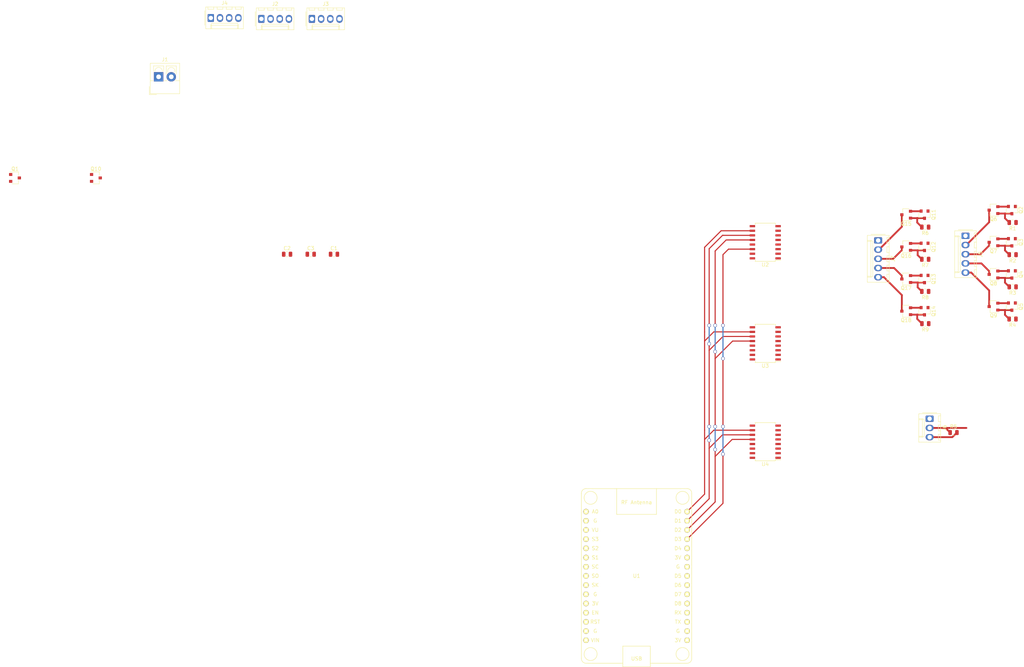
<source format=kicad_pcb>
(kicad_pcb (version 20171130) (host pcbnew "(5.0.1)-4")

  (general
    (thickness 1.6)
    (drawings 0)
    (tracks 167)
    (zones 0)
    (modules 41)
    (nets 78)
  )

  (page A3)
  (layers
    (0 F.Cu signal)
    (31 B.Cu signal)
    (32 B.Adhes user hide)
    (33 F.Adhes user hide)
    (34 B.Paste user hide)
    (35 F.Paste user hide)
    (36 B.SilkS user)
    (37 F.SilkS user)
    (38 B.Mask user hide)
    (39 F.Mask user hide)
    (40 Dwgs.User user hide)
    (41 Cmts.User user hide)
    (42 Eco1.User user hide)
    (43 Eco2.User user hide)
    (44 Edge.Cuts user hide)
    (45 Margin user hide)
    (46 B.CrtYd user hide)
    (47 F.CrtYd user hide)
    (48 B.Fab user)
    (49 F.Fab user)
  )

  (setup
    (last_trace_width 0.504)
    (user_trace_width 0.504)
    (user_trace_width 1.27)
    (trace_clearance 0.3)
    (zone_clearance 0.508)
    (zone_45_only no)
    (trace_min 0.2)
    (segment_width 0.2)
    (edge_width 0.15)
    (via_size 1)
    (via_drill 0.8)
    (via_min_size 0.4)
    (via_min_drill 0.3)
    (uvia_size 0.3)
    (uvia_drill 0.1)
    (uvias_allowed no)
    (uvia_min_size 0.2)
    (uvia_min_drill 0.1)
    (pcb_text_width 0.3)
    (pcb_text_size 1.5 1.5)
    (mod_edge_width 0.15)
    (mod_text_size 1 1)
    (mod_text_width 0.15)
    (pad_size 1.524 1.524)
    (pad_drill 0.762)
    (pad_to_mask_clearance 0.051)
    (solder_mask_min_width 0.25)
    (aux_axis_origin 0 0)
    (visible_elements 7FFFF7FF)
    (pcbplotparams
      (layerselection 0x010fc_ffffffff)
      (usegerberextensions false)
      (usegerberattributes false)
      (usegerberadvancedattributes false)
      (creategerberjobfile false)
      (excludeedgelayer true)
      (linewidth 0.100000)
      (plotframeref false)
      (viasonmask false)
      (mode 1)
      (useauxorigin false)
      (hpglpennumber 1)
      (hpglpenspeed 20)
      (hpglpendiameter 15.000000)
      (psnegative false)
      (psa4output false)
      (plotreference true)
      (plotvalue true)
      (plotinvisibletext false)
      (padsonsilk false)
      (subtractmaskfromsilk false)
      (outputformat 1)
      (mirror false)
      (drillshape 1)
      (scaleselection 1)
      (outputdirectory ""))
  )

  (net 0 "")
  (net 1 +3V3)
  (net 2 GND)
  (net 3 +12P)
  (net 4 /us_trig)
  (net 5 /us_01)
  (net 6 /us_02)
  (net 7 /us_03)
  (net 8 +12V)
  (net 9 "Net-(J5-Pad2)")
  (net 10 "Net-(J5-Pad3)")
  (net 11 "Net-(J5-Pad4)")
  (net 12 "Net-(J5-Pad5)")
  (net 13 /Temp_sensor)
  (net 14 "Net-(J7-Pad5)")
  (net 15 "Net-(J7-Pad4)")
  (net 16 "Net-(J7-Pad3)")
  (net 17 "Net-(J7-Pad2)")
  (net 18 "Net-(Q2-Pad3)")
  (net 19 /Valve_01)
  (net 20 /Valve_02)
  (net 21 "Net-(Q3-Pad3)")
  (net 22 "Net-(Q4-Pad3)")
  (net 23 /Valve_03)
  (net 24 "Net-(Q5-Pad3)")
  (net 25 /Valve_04)
  (net 26 "Net-(Q10-Pad1)")
  (net 27 "Net-(Q10-Pad2)")
  (net 28 "Net-(Q10-Pad3)")
  (net 29 /Led_Red)
  (net 30 "Net-(Q11-Pad3)")
  (net 31 "Net-(Q12-Pad3)")
  (net 32 /Led_Green)
  (net 33 /Led_Blue)
  (net 34 "Net-(Q13-Pad3)")
  (net 35 /Led_White)
  (net 36 "Net-(Q14-Pad3)")
  (net 37 /PH_Sensor)
  (net 38 "Net-(U1-Pad2)")
  (net 39 "Net-(U1-Pad3)")
  (net 40 "Net-(U1-Pad5)")
  (net 41 "Net-(U1-Pad6)")
  (net 42 "Net-(U1-Pad7)")
  (net 43 "Net-(U1-Pad8)")
  (net 44 "Net-(U1-Pad9)")
  (net 45 "Net-(U1-Pad10)")
  (net 46 "Net-(U1-Pad12)")
  (net 47 "Net-(U1-Pad13)")
  (net 48 "Net-(U1-Pad16)")
  (net 49 "Net-(U1-Pad17)")
  (net 50 "Net-(U1-Pad18)")
  (net 51 "Net-(U1-Pad19)")
  (net 52 /Flowmeter)
  (net 53 "Net-(U1-Pad24)")
  (net 54 "Net-(U1-Pad25)")
  (net 55 "Net-(U1-Pad27)")
  (net 56 "Net-(U1-Pad28)")
  (net 57 "Net-(U1-Pad29)")
  (net 58 "Net-(U1-Pad30)")
  (net 59 /Water_Pump)
  (net 60 /Heater_01)
  (net 61 /Heater_02)
  (net 62 /Cooling)
  (net 63 "Net-(U2-Pad9)")
  (net 64 "Net-(U3-Pad9)")
  (net 65 "Net-(U3-Pad7)")
  (net 66 /Wave_Maker)
  (net 67 "Net-(U4-Pad1)")
  (net 68 "Net-(U4-Pad2)")
  (net 69 "Net-(U4-Pad3)")
  (net 70 "Net-(U4-Pad4)")
  (net 71 "Net-(U4-Pad5)")
  (net 72 "Net-(U4-Pad6)")
  (net 73 "Net-(U4-Pad7)")
  (net 74 "Net-(U4-Pad9)")
  (net 75 "Net-(U4-Pad15)")
  (net 76 "Net-(U2-Pad15)")
  (net 77 "Net-(U3-Pad15)")

  (net_class Default "This is the default net class."
    (clearance 0.3)
    (trace_width 0.3)
    (via_dia 1)
    (via_drill 0.8)
    (uvia_dia 0.3)
    (uvia_drill 0.1)
    (add_net +12P)
    (add_net +12V)
    (add_net +3V3)
    (add_net /Cooling)
    (add_net /Flowmeter)
    (add_net /Heater_01)
    (add_net /Heater_02)
    (add_net /Led_Blue)
    (add_net /Led_Green)
    (add_net /Led_Red)
    (add_net /Led_White)
    (add_net /PH_Sensor)
    (add_net /Temp_sensor)
    (add_net /Valve_01)
    (add_net /Valve_02)
    (add_net /Valve_03)
    (add_net /Valve_04)
    (add_net /Water_Pump)
    (add_net /Wave_Maker)
    (add_net /us_01)
    (add_net /us_02)
    (add_net /us_03)
    (add_net /us_trig)
    (add_net GND)
    (add_net "Net-(J5-Pad2)")
    (add_net "Net-(J5-Pad3)")
    (add_net "Net-(J5-Pad4)")
    (add_net "Net-(J5-Pad5)")
    (add_net "Net-(J7-Pad2)")
    (add_net "Net-(J7-Pad3)")
    (add_net "Net-(J7-Pad4)")
    (add_net "Net-(J7-Pad5)")
    (add_net "Net-(Q10-Pad1)")
    (add_net "Net-(Q10-Pad2)")
    (add_net "Net-(Q10-Pad3)")
    (add_net "Net-(Q11-Pad3)")
    (add_net "Net-(Q12-Pad3)")
    (add_net "Net-(Q13-Pad3)")
    (add_net "Net-(Q14-Pad3)")
    (add_net "Net-(Q2-Pad3)")
    (add_net "Net-(Q3-Pad3)")
    (add_net "Net-(Q4-Pad3)")
    (add_net "Net-(Q5-Pad3)")
    (add_net "Net-(U1-Pad10)")
    (add_net "Net-(U1-Pad12)")
    (add_net "Net-(U1-Pad13)")
    (add_net "Net-(U1-Pad16)")
    (add_net "Net-(U1-Pad17)")
    (add_net "Net-(U1-Pad18)")
    (add_net "Net-(U1-Pad19)")
    (add_net "Net-(U1-Pad2)")
    (add_net "Net-(U1-Pad24)")
    (add_net "Net-(U1-Pad25)")
    (add_net "Net-(U1-Pad27)")
    (add_net "Net-(U1-Pad28)")
    (add_net "Net-(U1-Pad29)")
    (add_net "Net-(U1-Pad3)")
    (add_net "Net-(U1-Pad30)")
    (add_net "Net-(U1-Pad5)")
    (add_net "Net-(U1-Pad6)")
    (add_net "Net-(U1-Pad7)")
    (add_net "Net-(U1-Pad8)")
    (add_net "Net-(U1-Pad9)")
    (add_net "Net-(U2-Pad15)")
    (add_net "Net-(U2-Pad9)")
    (add_net "Net-(U3-Pad15)")
    (add_net "Net-(U3-Pad7)")
    (add_net "Net-(U3-Pad9)")
    (add_net "Net-(U4-Pad1)")
    (add_net "Net-(U4-Pad15)")
    (add_net "Net-(U4-Pad2)")
    (add_net "Net-(U4-Pad3)")
    (add_net "Net-(U4-Pad4)")
    (add_net "Net-(U4-Pad5)")
    (add_net "Net-(U4-Pad6)")
    (add_net "Net-(U4-Pad7)")
    (add_net "Net-(U4-Pad9)")
  )

  (net_class Powerline ""
    (clearance 1.27)
    (trace_width 0.3)
    (via_dia 1)
    (via_drill 0.8)
    (uvia_dia 0.3)
    (uvia_drill 0.1)
  )

  (module Capacitor_SMD:C_0805_2012Metric (layer F.Cu) (tedit 5B36C52B) (tstamp 5CA112A6)
    (at -4.572 109.982)
    (descr "Capacitor SMD 0805 (2012 Metric), square (rectangular) end terminal, IPC_7351 nominal, (Body size source: https://docs.google.com/spreadsheets/d/1BsfQQcO9C6DZCsRaXUlFlo91Tg2WpOkGARC1WS5S8t0/edit?usp=sharing), generated with kicad-footprint-generator")
    (tags capacitor)
    (path /5C1176E7)
    (attr smd)
    (fp_text reference C1 (at 0 -1.65) (layer F.SilkS)
      (effects (font (size 1 1) (thickness 0.15)))
    )
    (fp_text value 100nF (at 0 1.65) (layer F.Fab)
      (effects (font (size 1 1) (thickness 0.15)))
    )
    (fp_line (start -1 0.6) (end -1 -0.6) (layer F.Fab) (width 0.1))
    (fp_line (start -1 -0.6) (end 1 -0.6) (layer F.Fab) (width 0.1))
    (fp_line (start 1 -0.6) (end 1 0.6) (layer F.Fab) (width 0.1))
    (fp_line (start 1 0.6) (end -1 0.6) (layer F.Fab) (width 0.1))
    (fp_line (start -0.258578 -0.71) (end 0.258578 -0.71) (layer F.SilkS) (width 0.12))
    (fp_line (start -0.258578 0.71) (end 0.258578 0.71) (layer F.SilkS) (width 0.12))
    (fp_line (start -1.68 0.95) (end -1.68 -0.95) (layer F.CrtYd) (width 0.05))
    (fp_line (start -1.68 -0.95) (end 1.68 -0.95) (layer F.CrtYd) (width 0.05))
    (fp_line (start 1.68 -0.95) (end 1.68 0.95) (layer F.CrtYd) (width 0.05))
    (fp_line (start 1.68 0.95) (end -1.68 0.95) (layer F.CrtYd) (width 0.05))
    (fp_text user %R (at 0 0) (layer F.Fab)
      (effects (font (size 0.5 0.5) (thickness 0.08)))
    )
    (pad 1 smd roundrect (at -0.9375 0) (size 0.975 1.4) (layers F.Cu F.Paste F.Mask) (roundrect_rratio 0.25)
      (net 1 +3V3))
    (pad 2 smd roundrect (at 0.9375 0) (size 0.975 1.4) (layers F.Cu F.Paste F.Mask) (roundrect_rratio 0.25)
      (net 2 GND))
    (model ${KISYS3DMOD}/Capacitor_SMD.3dshapes/C_0805_2012Metric.wrl
      (at (xyz 0 0 0))
      (scale (xyz 1 1 1))
      (rotate (xyz 0 0 0))
    )
  )

  (module Capacitor_SMD:C_0805_2012Metric (layer F.Cu) (tedit 5B36C52B) (tstamp 5CA112B7)
    (at -17.526 109.982)
    (descr "Capacitor SMD 0805 (2012 Metric), square (rectangular) end terminal, IPC_7351 nominal, (Body size source: https://docs.google.com/spreadsheets/d/1BsfQQcO9C6DZCsRaXUlFlo91Tg2WpOkGARC1WS5S8t0/edit?usp=sharing), generated with kicad-footprint-generator")
    (tags capacitor)
    (path /5C116441)
    (attr smd)
    (fp_text reference C2 (at 0 -1.65) (layer F.SilkS)
      (effects (font (size 1 1) (thickness 0.15)))
    )
    (fp_text value 100nF (at 0 1.65) (layer F.Fab)
      (effects (font (size 1 1) (thickness 0.15)))
    )
    (fp_text user %R (at 0 0) (layer F.Fab)
      (effects (font (size 0.5 0.5) (thickness 0.08)))
    )
    (fp_line (start 1.68 0.95) (end -1.68 0.95) (layer F.CrtYd) (width 0.05))
    (fp_line (start 1.68 -0.95) (end 1.68 0.95) (layer F.CrtYd) (width 0.05))
    (fp_line (start -1.68 -0.95) (end 1.68 -0.95) (layer F.CrtYd) (width 0.05))
    (fp_line (start -1.68 0.95) (end -1.68 -0.95) (layer F.CrtYd) (width 0.05))
    (fp_line (start -0.258578 0.71) (end 0.258578 0.71) (layer F.SilkS) (width 0.12))
    (fp_line (start -0.258578 -0.71) (end 0.258578 -0.71) (layer F.SilkS) (width 0.12))
    (fp_line (start 1 0.6) (end -1 0.6) (layer F.Fab) (width 0.1))
    (fp_line (start 1 -0.6) (end 1 0.6) (layer F.Fab) (width 0.1))
    (fp_line (start -1 -0.6) (end 1 -0.6) (layer F.Fab) (width 0.1))
    (fp_line (start -1 0.6) (end -1 -0.6) (layer F.Fab) (width 0.1))
    (pad 2 smd roundrect (at 0.9375 0) (size 0.975 1.4) (layers F.Cu F.Paste F.Mask) (roundrect_rratio 0.25)
      (net 1 +3V3))
    (pad 1 smd roundrect (at -0.9375 0) (size 0.975 1.4) (layers F.Cu F.Paste F.Mask) (roundrect_rratio 0.25)
      (net 2 GND))
    (model ${KISYS3DMOD}/Capacitor_SMD.3dshapes/C_0805_2012Metric.wrl
      (at (xyz 0 0 0))
      (scale (xyz 1 1 1))
      (rotate (xyz 0 0 0))
    )
  )

  (module Capacitor_SMD:C_0805_2012Metric (layer F.Cu) (tedit 5B36C52B) (tstamp 5CA112C8)
    (at -11.0005 109.982)
    (descr "Capacitor SMD 0805 (2012 Metric), square (rectangular) end terminal, IPC_7351 nominal, (Body size source: https://docs.google.com/spreadsheets/d/1BsfQQcO9C6DZCsRaXUlFlo91Tg2WpOkGARC1WS5S8t0/edit?usp=sharing), generated with kicad-footprint-generator")
    (tags capacitor)
    (path /5C114955)
    (attr smd)
    (fp_text reference C3 (at 0 -1.65) (layer F.SilkS)
      (effects (font (size 1 1) (thickness 0.15)))
    )
    (fp_text value 100nF (at 0 1.65) (layer F.Fab)
      (effects (font (size 1 1) (thickness 0.15)))
    )
    (fp_line (start -1 0.6) (end -1 -0.6) (layer F.Fab) (width 0.1))
    (fp_line (start -1 -0.6) (end 1 -0.6) (layer F.Fab) (width 0.1))
    (fp_line (start 1 -0.6) (end 1 0.6) (layer F.Fab) (width 0.1))
    (fp_line (start 1 0.6) (end -1 0.6) (layer F.Fab) (width 0.1))
    (fp_line (start -0.258578 -0.71) (end 0.258578 -0.71) (layer F.SilkS) (width 0.12))
    (fp_line (start -0.258578 0.71) (end 0.258578 0.71) (layer F.SilkS) (width 0.12))
    (fp_line (start -1.68 0.95) (end -1.68 -0.95) (layer F.CrtYd) (width 0.05))
    (fp_line (start -1.68 -0.95) (end 1.68 -0.95) (layer F.CrtYd) (width 0.05))
    (fp_line (start 1.68 -0.95) (end 1.68 0.95) (layer F.CrtYd) (width 0.05))
    (fp_line (start 1.68 0.95) (end -1.68 0.95) (layer F.CrtYd) (width 0.05))
    (fp_text user %R (at 0 0) (layer F.Fab)
      (effects (font (size 0.5 0.5) (thickness 0.08)))
    )
    (pad 1 smd roundrect (at -0.9375 0) (size 0.975 1.4) (layers F.Cu F.Paste F.Mask) (roundrect_rratio 0.25)
      (net 1 +3V3))
    (pad 2 smd roundrect (at 0.9375 0) (size 0.975 1.4) (layers F.Cu F.Paste F.Mask) (roundrect_rratio 0.25)
      (net 2 GND))
    (model ${KISYS3DMOD}/Capacitor_SMD.3dshapes/C_0805_2012Metric.wrl
      (at (xyz 0 0 0))
      (scale (xyz 1 1 1))
      (rotate (xyz 0 0 0))
    )
  )

  (module TerminalBlock_4Ucon:TerminalBlock_4Ucon_1x02_P3.50mm_Vertical (layer F.Cu) (tedit 5B294E7F) (tstamp 5CA112F8)
    (at -53.03 60.96)
    (descr "Terminal Block 4Ucon ItemNo. 10693, vertical (cable from top), 2 pins, pitch 3.5mm, size 8x8.3mm^2, drill diamater 1.3mm, pad diameter 2.6mm, see http://www.4uconnector.com/online/object/4udrawing/10693.pdf, script-generated with , script-generated using https://github.com/pointhi/kicad-footprint-generator/scripts/TerminalBlock_4Ucon")
    (tags "THT Terminal Block 4Ucon ItemNo. 10693 vertical pitch 3.5mm size 8x8.3mm^2 drill 1.3mm pad 2.6mm")
    (path /5C113410)
    (fp_text reference J1 (at 1.75 -4.76) (layer F.SilkS)
      (effects (font (size 1 1) (thickness 0.15)))
    )
    (fp_text value "Power In" (at 1.75 5.66) (layer F.Fab)
      (effects (font (size 1 1) (thickness 0.15)))
    )
    (fp_arc (start 0 -1.6) (end 0.998 -1.531) (angle -188) (layer F.SilkS) (width 0.12))
    (fp_arc (start 3.5 -1.6) (end 4.44 -1.258) (angle -220) (layer F.SilkS) (width 0.12))
    (fp_circle (center 0 -1.6) (end 1 -1.6) (layer F.Fab) (width 0.1))
    (fp_circle (center 3.5 -1.6) (end 4.5 -1.6) (layer F.Fab) (width 0.1))
    (fp_line (start -2.25 -3.7) (end 5.75 -3.7) (layer F.Fab) (width 0.1))
    (fp_line (start 5.75 -3.7) (end 5.75 4.6) (layer F.Fab) (width 0.1))
    (fp_line (start 5.75 4.6) (end -0.25 4.6) (layer F.Fab) (width 0.1))
    (fp_line (start -0.25 4.6) (end -2.25 2.6) (layer F.Fab) (width 0.1))
    (fp_line (start -2.25 2.6) (end -2.25 -3.7) (layer F.Fab) (width 0.1))
    (fp_line (start -2.25 1.1) (end 5.75 1.1) (layer F.Fab) (width 0.1))
    (fp_line (start -2.31 1.101) (end -1.54 1.101) (layer F.SilkS) (width 0.12))
    (fp_line (start 1.54 1.101) (end 2.367 1.101) (layer F.SilkS) (width 0.12))
    (fp_line (start 4.634 1.101) (end 5.81 1.101) (layer F.SilkS) (width 0.12))
    (fp_line (start -2.31 -3.76) (end 5.81 -3.76) (layer F.SilkS) (width 0.12))
    (fp_line (start -2.31 4.66) (end 5.81 4.66) (layer F.SilkS) (width 0.12))
    (fp_line (start -2.31 -3.76) (end -2.31 4.66) (layer F.SilkS) (width 0.12))
    (fp_line (start 5.81 -3.76) (end 5.81 4.66) (layer F.SilkS) (width 0.12))
    (fp_line (start -1.4 -3) (end 1.4 -3) (layer F.SilkS) (width 0.12))
    (fp_line (start -1.4 -3) (end -1.4 -1.54) (layer F.SilkS) (width 0.12))
    (fp_line (start 1.4 -3) (end 1.4 -1.54) (layer F.SilkS) (width 0.12))
    (fp_line (start -1.4 -3) (end -1.4 0.75) (layer F.Fab) (width 0.1))
    (fp_line (start -1.4 0.75) (end 1.4 0.75) (layer F.Fab) (width 0.1))
    (fp_line (start 1.4 0.75) (end 1.4 -3) (layer F.Fab) (width 0.1))
    (fp_line (start 1.4 -3) (end -1.4 -3) (layer F.Fab) (width 0.1))
    (fp_line (start 2.1 -3) (end 4.9 -3) (layer F.SilkS) (width 0.12))
    (fp_line (start 2.1 0.75) (end 2.101 0.75) (layer F.SilkS) (width 0.12))
    (fp_line (start 4.9 0.75) (end 4.9 0.75) (layer F.SilkS) (width 0.12))
    (fp_line (start 2.1 -3) (end 2.1 -0.689) (layer F.SilkS) (width 0.12))
    (fp_line (start 2.1 0.689) (end 2.1 0.75) (layer F.SilkS) (width 0.12))
    (fp_line (start 4.9 -3) (end 4.9 -0.689) (layer F.SilkS) (width 0.12))
    (fp_line (start 4.9 0.689) (end 4.9 0.75) (layer F.SilkS) (width 0.12))
    (fp_line (start 2.1 -3) (end 2.1 0.75) (layer F.Fab) (width 0.1))
    (fp_line (start 2.1 0.75) (end 4.9 0.75) (layer F.Fab) (width 0.1))
    (fp_line (start 4.9 0.75) (end 4.9 -3) (layer F.Fab) (width 0.1))
    (fp_line (start 4.9 -3) (end 2.1 -3) (layer F.Fab) (width 0.1))
    (fp_line (start -2.55 2.66) (end -2.55 4.9) (layer F.SilkS) (width 0.12))
    (fp_line (start -2.55 4.9) (end -0.55 4.9) (layer F.SilkS) (width 0.12))
    (fp_line (start -2.75 -4.2) (end -2.75 5.11) (layer F.CrtYd) (width 0.05))
    (fp_line (start -2.75 5.11) (end 6.25 5.11) (layer F.CrtYd) (width 0.05))
    (fp_line (start 6.25 5.11) (end 6.25 -4.2) (layer F.CrtYd) (width 0.05))
    (fp_line (start 6.25 -4.2) (end -2.75 -4.2) (layer F.CrtYd) (width 0.05))
    (fp_text user %R (at 1.75 3.45) (layer F.Fab)
      (effects (font (size 1 1) (thickness 0.15)))
    )
    (pad 1 thru_hole rect (at 0 0) (size 2.6 2.6) (drill 1.3) (layers *.Cu *.Mask)
      (net 3 +12P))
    (pad 2 thru_hole circle (at 3.5 0) (size 2.6 2.6) (drill 1.3) (layers *.Cu *.Mask)
      (net 2 GND))
    (model ${KISYS3DMOD}/TerminalBlock_4Ucon.3dshapes/TerminalBlock_4Ucon_1x02_P3.50mm_Vertical.wrl
      (at (xyz 0 0 0))
      (scale (xyz 1 1 1))
      (rotate (xyz 0 0 0))
    )
  )

  (module Connector_Molex:Molex_KK-254_AE-6410-04A_1x04_P2.54mm_Vertical (layer F.Cu) (tedit 5B78013E) (tstamp 5CA11324)
    (at -24.638 44.958)
    (descr "Molex KK-254 Interconnect System, old/engineering part number: AE-6410-04A example for new part number: 22-27-2041, 4 Pins (http://www.molex.com/pdm_docs/sd/022272021_sd.pdf), generated with kicad-footprint-generator")
    (tags "connector Molex KK-254 side entry")
    (path /5CDD27B7)
    (fp_text reference J2 (at 3.81 -4.12) (layer F.SilkS)
      (effects (font (size 1 1) (thickness 0.15)))
    )
    (fp_text value US_01_Connector (at 3.81 4.08) (layer F.Fab)
      (effects (font (size 1 1) (thickness 0.15)))
    )
    (fp_line (start -1.27 -2.92) (end -1.27 2.88) (layer F.Fab) (width 0.1))
    (fp_line (start -1.27 2.88) (end 8.89 2.88) (layer F.Fab) (width 0.1))
    (fp_line (start 8.89 2.88) (end 8.89 -2.92) (layer F.Fab) (width 0.1))
    (fp_line (start 8.89 -2.92) (end -1.27 -2.92) (layer F.Fab) (width 0.1))
    (fp_line (start -1.38 -3.03) (end -1.38 2.99) (layer F.SilkS) (width 0.12))
    (fp_line (start -1.38 2.99) (end 9 2.99) (layer F.SilkS) (width 0.12))
    (fp_line (start 9 2.99) (end 9 -3.03) (layer F.SilkS) (width 0.12))
    (fp_line (start 9 -3.03) (end -1.38 -3.03) (layer F.SilkS) (width 0.12))
    (fp_line (start -1.67 -2) (end -1.67 2) (layer F.SilkS) (width 0.12))
    (fp_line (start -1.27 -0.5) (end -0.562893 0) (layer F.Fab) (width 0.1))
    (fp_line (start -0.562893 0) (end -1.27 0.5) (layer F.Fab) (width 0.1))
    (fp_line (start 0 2.99) (end 0 1.99) (layer F.SilkS) (width 0.12))
    (fp_line (start 0 1.99) (end 7.62 1.99) (layer F.SilkS) (width 0.12))
    (fp_line (start 7.62 1.99) (end 7.62 2.99) (layer F.SilkS) (width 0.12))
    (fp_line (start 0 1.99) (end 0.25 1.46) (layer F.SilkS) (width 0.12))
    (fp_line (start 0.25 1.46) (end 7.37 1.46) (layer F.SilkS) (width 0.12))
    (fp_line (start 7.37 1.46) (end 7.62 1.99) (layer F.SilkS) (width 0.12))
    (fp_line (start 0.25 2.99) (end 0.25 1.99) (layer F.SilkS) (width 0.12))
    (fp_line (start 7.37 2.99) (end 7.37 1.99) (layer F.SilkS) (width 0.12))
    (fp_line (start -0.8 -3.03) (end -0.8 -2.43) (layer F.SilkS) (width 0.12))
    (fp_line (start -0.8 -2.43) (end 0.8 -2.43) (layer F.SilkS) (width 0.12))
    (fp_line (start 0.8 -2.43) (end 0.8 -3.03) (layer F.SilkS) (width 0.12))
    (fp_line (start 1.74 -3.03) (end 1.74 -2.43) (layer F.SilkS) (width 0.12))
    (fp_line (start 1.74 -2.43) (end 3.34 -2.43) (layer F.SilkS) (width 0.12))
    (fp_line (start 3.34 -2.43) (end 3.34 -3.03) (layer F.SilkS) (width 0.12))
    (fp_line (start 4.28 -3.03) (end 4.28 -2.43) (layer F.SilkS) (width 0.12))
    (fp_line (start 4.28 -2.43) (end 5.88 -2.43) (layer F.SilkS) (width 0.12))
    (fp_line (start 5.88 -2.43) (end 5.88 -3.03) (layer F.SilkS) (width 0.12))
    (fp_line (start 6.82 -3.03) (end 6.82 -2.43) (layer F.SilkS) (width 0.12))
    (fp_line (start 6.82 -2.43) (end 8.42 -2.43) (layer F.SilkS) (width 0.12))
    (fp_line (start 8.42 -2.43) (end 8.42 -3.03) (layer F.SilkS) (width 0.12))
    (fp_line (start -1.77 -3.42) (end -1.77 3.38) (layer F.CrtYd) (width 0.05))
    (fp_line (start -1.77 3.38) (end 9.39 3.38) (layer F.CrtYd) (width 0.05))
    (fp_line (start 9.39 3.38) (end 9.39 -3.42) (layer F.CrtYd) (width 0.05))
    (fp_line (start 9.39 -3.42) (end -1.77 -3.42) (layer F.CrtYd) (width 0.05))
    (fp_text user %R (at 3.81 -2.22) (layer F.Fab)
      (effects (font (size 1 1) (thickness 0.15)))
    )
    (pad 1 thru_hole roundrect (at 0 0) (size 1.74 2.2) (drill 1.2) (layers *.Cu *.Mask) (roundrect_rratio 0.143678)
      (net 1 +3V3))
    (pad 2 thru_hole oval (at 2.54 0) (size 1.74 2.2) (drill 1.2) (layers *.Cu *.Mask)
      (net 4 /us_trig))
    (pad 3 thru_hole oval (at 5.08 0) (size 1.74 2.2) (drill 1.2) (layers *.Cu *.Mask)
      (net 5 /us_01))
    (pad 4 thru_hole oval (at 7.62 0) (size 1.74 2.2) (drill 1.2) (layers *.Cu *.Mask)
      (net 2 GND))
    (model ${KISYS3DMOD}/Connector_Molex.3dshapes/Molex_KK-254_AE-6410-04A_1x04_P2.54mm_Vertical.wrl
      (at (xyz 0 0 0))
      (scale (xyz 1 1 1))
      (rotate (xyz 0 0 0))
    )
  )

  (module Connector_Molex:Molex_KK-254_AE-6410-04A_1x04_P2.54mm_Vertical (layer F.Cu) (tedit 5B78013E) (tstamp 5CA11350)
    (at -10.668 44.958)
    (descr "Molex KK-254 Interconnect System, old/engineering part number: AE-6410-04A example for new part number: 22-27-2041, 4 Pins (http://www.molex.com/pdm_docs/sd/022272021_sd.pdf), generated with kicad-footprint-generator")
    (tags "connector Molex KK-254 side entry")
    (path /5CDD2849)
    (fp_text reference J3 (at 3.81 -4.12) (layer F.SilkS)
      (effects (font (size 1 1) (thickness 0.15)))
    )
    (fp_text value US_02_Connector (at 3.81 4.08) (layer F.Fab)
      (effects (font (size 1 1) (thickness 0.15)))
    )
    (fp_text user %R (at 3.81 -2.22) (layer F.Fab)
      (effects (font (size 1 1) (thickness 0.15)))
    )
    (fp_line (start 9.39 -3.42) (end -1.77 -3.42) (layer F.CrtYd) (width 0.05))
    (fp_line (start 9.39 3.38) (end 9.39 -3.42) (layer F.CrtYd) (width 0.05))
    (fp_line (start -1.77 3.38) (end 9.39 3.38) (layer F.CrtYd) (width 0.05))
    (fp_line (start -1.77 -3.42) (end -1.77 3.38) (layer F.CrtYd) (width 0.05))
    (fp_line (start 8.42 -2.43) (end 8.42 -3.03) (layer F.SilkS) (width 0.12))
    (fp_line (start 6.82 -2.43) (end 8.42 -2.43) (layer F.SilkS) (width 0.12))
    (fp_line (start 6.82 -3.03) (end 6.82 -2.43) (layer F.SilkS) (width 0.12))
    (fp_line (start 5.88 -2.43) (end 5.88 -3.03) (layer F.SilkS) (width 0.12))
    (fp_line (start 4.28 -2.43) (end 5.88 -2.43) (layer F.SilkS) (width 0.12))
    (fp_line (start 4.28 -3.03) (end 4.28 -2.43) (layer F.SilkS) (width 0.12))
    (fp_line (start 3.34 -2.43) (end 3.34 -3.03) (layer F.SilkS) (width 0.12))
    (fp_line (start 1.74 -2.43) (end 3.34 -2.43) (layer F.SilkS) (width 0.12))
    (fp_line (start 1.74 -3.03) (end 1.74 -2.43) (layer F.SilkS) (width 0.12))
    (fp_line (start 0.8 -2.43) (end 0.8 -3.03) (layer F.SilkS) (width 0.12))
    (fp_line (start -0.8 -2.43) (end 0.8 -2.43) (layer F.SilkS) (width 0.12))
    (fp_line (start -0.8 -3.03) (end -0.8 -2.43) (layer F.SilkS) (width 0.12))
    (fp_line (start 7.37 2.99) (end 7.37 1.99) (layer F.SilkS) (width 0.12))
    (fp_line (start 0.25 2.99) (end 0.25 1.99) (layer F.SilkS) (width 0.12))
    (fp_line (start 7.37 1.46) (end 7.62 1.99) (layer F.SilkS) (width 0.12))
    (fp_line (start 0.25 1.46) (end 7.37 1.46) (layer F.SilkS) (width 0.12))
    (fp_line (start 0 1.99) (end 0.25 1.46) (layer F.SilkS) (width 0.12))
    (fp_line (start 7.62 1.99) (end 7.62 2.99) (layer F.SilkS) (width 0.12))
    (fp_line (start 0 1.99) (end 7.62 1.99) (layer F.SilkS) (width 0.12))
    (fp_line (start 0 2.99) (end 0 1.99) (layer F.SilkS) (width 0.12))
    (fp_line (start -0.562893 0) (end -1.27 0.5) (layer F.Fab) (width 0.1))
    (fp_line (start -1.27 -0.5) (end -0.562893 0) (layer F.Fab) (width 0.1))
    (fp_line (start -1.67 -2) (end -1.67 2) (layer F.SilkS) (width 0.12))
    (fp_line (start 9 -3.03) (end -1.38 -3.03) (layer F.SilkS) (width 0.12))
    (fp_line (start 9 2.99) (end 9 -3.03) (layer F.SilkS) (width 0.12))
    (fp_line (start -1.38 2.99) (end 9 2.99) (layer F.SilkS) (width 0.12))
    (fp_line (start -1.38 -3.03) (end -1.38 2.99) (layer F.SilkS) (width 0.12))
    (fp_line (start 8.89 -2.92) (end -1.27 -2.92) (layer F.Fab) (width 0.1))
    (fp_line (start 8.89 2.88) (end 8.89 -2.92) (layer F.Fab) (width 0.1))
    (fp_line (start -1.27 2.88) (end 8.89 2.88) (layer F.Fab) (width 0.1))
    (fp_line (start -1.27 -2.92) (end -1.27 2.88) (layer F.Fab) (width 0.1))
    (pad 4 thru_hole oval (at 7.62 0) (size 1.74 2.2) (drill 1.2) (layers *.Cu *.Mask)
      (net 2 GND))
    (pad 3 thru_hole oval (at 5.08 0) (size 1.74 2.2) (drill 1.2) (layers *.Cu *.Mask)
      (net 6 /us_02))
    (pad 2 thru_hole oval (at 2.54 0) (size 1.74 2.2) (drill 1.2) (layers *.Cu *.Mask)
      (net 4 /us_trig))
    (pad 1 thru_hole roundrect (at 0 0) (size 1.74 2.2) (drill 1.2) (layers *.Cu *.Mask) (roundrect_rratio 0.143678)
      (net 1 +3V3))
    (model ${KISYS3DMOD}/Connector_Molex.3dshapes/Molex_KK-254_AE-6410-04A_1x04_P2.54mm_Vertical.wrl
      (at (xyz 0 0 0))
      (scale (xyz 1 1 1))
      (rotate (xyz 0 0 0))
    )
  )

  (module Connector_Molex:Molex_KK-254_AE-6410-04A_1x04_P2.54mm_Vertical (layer F.Cu) (tedit 5B78013E) (tstamp 5CA1137C)
    (at -38.608 44.704)
    (descr "Molex KK-254 Interconnect System, old/engineering part number: AE-6410-04A example for new part number: 22-27-2041, 4 Pins (http://www.molex.com/pdm_docs/sd/022272021_sd.pdf), generated with kicad-footprint-generator")
    (tags "connector Molex KK-254 side entry")
    (path /5CDD28B3)
    (fp_text reference J4 (at 3.81 -4.12) (layer F.SilkS)
      (effects (font (size 1 1) (thickness 0.15)))
    )
    (fp_text value US_03_Connector (at 3.81 4.08) (layer F.Fab)
      (effects (font (size 1 1) (thickness 0.15)))
    )
    (fp_line (start -1.27 -2.92) (end -1.27 2.88) (layer F.Fab) (width 0.1))
    (fp_line (start -1.27 2.88) (end 8.89 2.88) (layer F.Fab) (width 0.1))
    (fp_line (start 8.89 2.88) (end 8.89 -2.92) (layer F.Fab) (width 0.1))
    (fp_line (start 8.89 -2.92) (end -1.27 -2.92) (layer F.Fab) (width 0.1))
    (fp_line (start -1.38 -3.03) (end -1.38 2.99) (layer F.SilkS) (width 0.12))
    (fp_line (start -1.38 2.99) (end 9 2.99) (layer F.SilkS) (width 0.12))
    (fp_line (start 9 2.99) (end 9 -3.03) (layer F.SilkS) (width 0.12))
    (fp_line (start 9 -3.03) (end -1.38 -3.03) (layer F.SilkS) (width 0.12))
    (fp_line (start -1.67 -2) (end -1.67 2) (layer F.SilkS) (width 0.12))
    (fp_line (start -1.27 -0.5) (end -0.562893 0) (layer F.Fab) (width 0.1))
    (fp_line (start -0.562893 0) (end -1.27 0.5) (layer F.Fab) (width 0.1))
    (fp_line (start 0 2.99) (end 0 1.99) (layer F.SilkS) (width 0.12))
    (fp_line (start 0 1.99) (end 7.62 1.99) (layer F.SilkS) (width 0.12))
    (fp_line (start 7.62 1.99) (end 7.62 2.99) (layer F.SilkS) (width 0.12))
    (fp_line (start 0 1.99) (end 0.25 1.46) (layer F.SilkS) (width 0.12))
    (fp_line (start 0.25 1.46) (end 7.37 1.46) (layer F.SilkS) (width 0.12))
    (fp_line (start 7.37 1.46) (end 7.62 1.99) (layer F.SilkS) (width 0.12))
    (fp_line (start 0.25 2.99) (end 0.25 1.99) (layer F.SilkS) (width 0.12))
    (fp_line (start 7.37 2.99) (end 7.37 1.99) (layer F.SilkS) (width 0.12))
    (fp_line (start -0.8 -3.03) (end -0.8 -2.43) (layer F.SilkS) (width 0.12))
    (fp_line (start -0.8 -2.43) (end 0.8 -2.43) (layer F.SilkS) (width 0.12))
    (fp_line (start 0.8 -2.43) (end 0.8 -3.03) (layer F.SilkS) (width 0.12))
    (fp_line (start 1.74 -3.03) (end 1.74 -2.43) (layer F.SilkS) (width 0.12))
    (fp_line (start 1.74 -2.43) (end 3.34 -2.43) (layer F.SilkS) (width 0.12))
    (fp_line (start 3.34 -2.43) (end 3.34 -3.03) (layer F.SilkS) (width 0.12))
    (fp_line (start 4.28 -3.03) (end 4.28 -2.43) (layer F.SilkS) (width 0.12))
    (fp_line (start 4.28 -2.43) (end 5.88 -2.43) (layer F.SilkS) (width 0.12))
    (fp_line (start 5.88 -2.43) (end 5.88 -3.03) (layer F.SilkS) (width 0.12))
    (fp_line (start 6.82 -3.03) (end 6.82 -2.43) (layer F.SilkS) (width 0.12))
    (fp_line (start 6.82 -2.43) (end 8.42 -2.43) (layer F.SilkS) (width 0.12))
    (fp_line (start 8.42 -2.43) (end 8.42 -3.03) (layer F.SilkS) (width 0.12))
    (fp_line (start -1.77 -3.42) (end -1.77 3.38) (layer F.CrtYd) (width 0.05))
    (fp_line (start -1.77 3.38) (end 9.39 3.38) (layer F.CrtYd) (width 0.05))
    (fp_line (start 9.39 3.38) (end 9.39 -3.42) (layer F.CrtYd) (width 0.05))
    (fp_line (start 9.39 -3.42) (end -1.77 -3.42) (layer F.CrtYd) (width 0.05))
    (fp_text user %R (at 3.81 -2.22) (layer F.Fab)
      (effects (font (size 1 1) (thickness 0.15)))
    )
    (pad 1 thru_hole roundrect (at 0 0) (size 1.74 2.2) (drill 1.2) (layers *.Cu *.Mask) (roundrect_rratio 0.143678)
      (net 1 +3V3))
    (pad 2 thru_hole oval (at 2.54 0) (size 1.74 2.2) (drill 1.2) (layers *.Cu *.Mask)
      (net 4 /us_trig))
    (pad 3 thru_hole oval (at 5.08 0) (size 1.74 2.2) (drill 1.2) (layers *.Cu *.Mask)
      (net 7 /us_03))
    (pad 4 thru_hole oval (at 7.62 0) (size 1.74 2.2) (drill 1.2) (layers *.Cu *.Mask)
      (net 2 GND))
    (model ${KISYS3DMOD}/Connector_Molex.3dshapes/Molex_KK-254_AE-6410-04A_1x04_P2.54mm_Vertical.wrl
      (at (xyz 0 0 0))
      (scale (xyz 1 1 1))
      (rotate (xyz 0 0 0))
    )
  )

  (module Connector_Molex:Molex_KK-254_AE-6410-05A_1x05_P2.54mm_Vertical (layer F.Cu) (tedit 5B78013E) (tstamp 5CA113AC)
    (at 169.926 104.902 270)
    (descr "Molex KK-254 Interconnect System, old/engineering part number: AE-6410-05A example for new part number: 22-27-2051, 5 Pins (http://www.molex.com/pdm_docs/sd/022272021_sd.pdf), generated with kicad-footprint-generator")
    (tags "connector Molex KK-254 side entry")
    (path /5C41A8A2)
    (fp_text reference J5 (at 5.08 -4.12 270) (layer F.SilkS)
      (effects (font (size 1 1) (thickness 0.15)))
    )
    (fp_text value Valves_Connector (at 5.08 4.08 270) (layer F.Fab)
      (effects (font (size 1 1) (thickness 0.15)))
    )
    (fp_line (start -1.27 -2.92) (end -1.27 2.88) (layer F.Fab) (width 0.1))
    (fp_line (start -1.27 2.88) (end 11.43 2.88) (layer F.Fab) (width 0.1))
    (fp_line (start 11.43 2.88) (end 11.43 -2.92) (layer F.Fab) (width 0.1))
    (fp_line (start 11.43 -2.92) (end -1.27 -2.92) (layer F.Fab) (width 0.1))
    (fp_line (start -1.38 -3.03) (end -1.38 2.99) (layer F.SilkS) (width 0.12))
    (fp_line (start -1.38 2.99) (end 11.54 2.99) (layer F.SilkS) (width 0.12))
    (fp_line (start 11.54 2.99) (end 11.54 -3.03) (layer F.SilkS) (width 0.12))
    (fp_line (start 11.54 -3.03) (end -1.38 -3.03) (layer F.SilkS) (width 0.12))
    (fp_line (start -1.67 -2) (end -1.67 2) (layer F.SilkS) (width 0.12))
    (fp_line (start -1.27 -0.5) (end -0.562893 0) (layer F.Fab) (width 0.1))
    (fp_line (start -0.562893 0) (end -1.27 0.5) (layer F.Fab) (width 0.1))
    (fp_line (start 0 2.99) (end 0 1.99) (layer F.SilkS) (width 0.12))
    (fp_line (start 0 1.99) (end 10.16 1.99) (layer F.SilkS) (width 0.12))
    (fp_line (start 10.16 1.99) (end 10.16 2.99) (layer F.SilkS) (width 0.12))
    (fp_line (start 0 1.99) (end 0.25 1.46) (layer F.SilkS) (width 0.12))
    (fp_line (start 0.25 1.46) (end 9.91 1.46) (layer F.SilkS) (width 0.12))
    (fp_line (start 9.91 1.46) (end 10.16 1.99) (layer F.SilkS) (width 0.12))
    (fp_line (start 0.25 2.99) (end 0.25 1.99) (layer F.SilkS) (width 0.12))
    (fp_line (start 9.91 2.99) (end 9.91 1.99) (layer F.SilkS) (width 0.12))
    (fp_line (start -0.8 -3.03) (end -0.8 -2.43) (layer F.SilkS) (width 0.12))
    (fp_line (start -0.8 -2.43) (end 0.8 -2.43) (layer F.SilkS) (width 0.12))
    (fp_line (start 0.8 -2.43) (end 0.8 -3.03) (layer F.SilkS) (width 0.12))
    (fp_line (start 1.74 -3.03) (end 1.74 -2.43) (layer F.SilkS) (width 0.12))
    (fp_line (start 1.74 -2.43) (end 3.34 -2.43) (layer F.SilkS) (width 0.12))
    (fp_line (start 3.34 -2.43) (end 3.34 -3.03) (layer F.SilkS) (width 0.12))
    (fp_line (start 4.28 -3.03) (end 4.28 -2.43) (layer F.SilkS) (width 0.12))
    (fp_line (start 4.28 -2.43) (end 5.88 -2.43) (layer F.SilkS) (width 0.12))
    (fp_line (start 5.88 -2.43) (end 5.88 -3.03) (layer F.SilkS) (width 0.12))
    (fp_line (start 6.82 -3.03) (end 6.82 -2.43) (layer F.SilkS) (width 0.12))
    (fp_line (start 6.82 -2.43) (end 8.42 -2.43) (layer F.SilkS) (width 0.12))
    (fp_line (start 8.42 -2.43) (end 8.42 -3.03) (layer F.SilkS) (width 0.12))
    (fp_line (start 9.36 -3.03) (end 9.36 -2.43) (layer F.SilkS) (width 0.12))
    (fp_line (start 9.36 -2.43) (end 10.96 -2.43) (layer F.SilkS) (width 0.12))
    (fp_line (start 10.96 -2.43) (end 10.96 -3.03) (layer F.SilkS) (width 0.12))
    (fp_line (start -1.77 -3.42) (end -1.77 3.38) (layer F.CrtYd) (width 0.05))
    (fp_line (start -1.77 3.38) (end 11.93 3.38) (layer F.CrtYd) (width 0.05))
    (fp_line (start 11.93 3.38) (end 11.93 -3.42) (layer F.CrtYd) (width 0.05))
    (fp_line (start 11.93 -3.42) (end -1.77 -3.42) (layer F.CrtYd) (width 0.05))
    (fp_text user %R (at 5.08 -2.22 270) (layer F.Fab)
      (effects (font (size 1 1) (thickness 0.15)))
    )
    (pad 1 thru_hole roundrect (at 0 0 270) (size 1.74 2.2) (drill 1.2) (layers *.Cu *.Mask) (roundrect_rratio 0.143678)
      (net 8 +12V))
    (pad 2 thru_hole oval (at 2.54 0 270) (size 1.74 2.2) (drill 1.2) (layers *.Cu *.Mask)
      (net 9 "Net-(J5-Pad2)"))
    (pad 3 thru_hole oval (at 5.08 0 270) (size 1.74 2.2) (drill 1.2) (layers *.Cu *.Mask)
      (net 10 "Net-(J5-Pad3)"))
    (pad 4 thru_hole oval (at 7.62 0 270) (size 1.74 2.2) (drill 1.2) (layers *.Cu *.Mask)
      (net 11 "Net-(J5-Pad4)"))
    (pad 5 thru_hole oval (at 10.16 0 270) (size 1.74 2.2) (drill 1.2) (layers *.Cu *.Mask)
      (net 12 "Net-(J5-Pad5)"))
    (model ${KISYS3DMOD}/Connector_Molex.3dshapes/Molex_KK-254_AE-6410-05A_1x05_P2.54mm_Vertical.wrl
      (at (xyz 0 0 0))
      (scale (xyz 1 1 1))
      (rotate (xyz 0 0 0))
    )
  )

  (module Connector_Molex:Molex_KK-254_AE-6410-03A_1x03_P2.54mm_Vertical (layer F.Cu) (tedit 5B78013E) (tstamp 5CA113D4)
    (at 160.02 155.448 270)
    (descr "Molex KK-254 Interconnect System, old/engineering part number: AE-6410-03A example for new part number: 22-27-2031, 3 Pins (http://www.molex.com/pdm_docs/sd/022272021_sd.pdf), generated with kicad-footprint-generator")
    (tags "connector Molex KK-254 side entry")
    (path /5CC0AEAA)
    (fp_text reference J6 (at 2.54 -4.12 270) (layer F.SilkS)
      (effects (font (size 1 1) (thickness 0.15)))
    )
    (fp_text value Temp_Sensor_Connector (at 2.54 4.08 270) (layer F.Fab)
      (effects (font (size 1 1) (thickness 0.15)))
    )
    (fp_line (start -1.27 -2.92) (end -1.27 2.88) (layer F.Fab) (width 0.1))
    (fp_line (start -1.27 2.88) (end 6.35 2.88) (layer F.Fab) (width 0.1))
    (fp_line (start 6.35 2.88) (end 6.35 -2.92) (layer F.Fab) (width 0.1))
    (fp_line (start 6.35 -2.92) (end -1.27 -2.92) (layer F.Fab) (width 0.1))
    (fp_line (start -1.38 -3.03) (end -1.38 2.99) (layer F.SilkS) (width 0.12))
    (fp_line (start -1.38 2.99) (end 6.46 2.99) (layer F.SilkS) (width 0.12))
    (fp_line (start 6.46 2.99) (end 6.46 -3.03) (layer F.SilkS) (width 0.12))
    (fp_line (start 6.46 -3.03) (end -1.38 -3.03) (layer F.SilkS) (width 0.12))
    (fp_line (start -1.67 -2) (end -1.67 2) (layer F.SilkS) (width 0.12))
    (fp_line (start -1.27 -0.5) (end -0.562893 0) (layer F.Fab) (width 0.1))
    (fp_line (start -0.562893 0) (end -1.27 0.5) (layer F.Fab) (width 0.1))
    (fp_line (start 0 2.99) (end 0 1.99) (layer F.SilkS) (width 0.12))
    (fp_line (start 0 1.99) (end 5.08 1.99) (layer F.SilkS) (width 0.12))
    (fp_line (start 5.08 1.99) (end 5.08 2.99) (layer F.SilkS) (width 0.12))
    (fp_line (start 0 1.99) (end 0.25 1.46) (layer F.SilkS) (width 0.12))
    (fp_line (start 0.25 1.46) (end 4.83 1.46) (layer F.SilkS) (width 0.12))
    (fp_line (start 4.83 1.46) (end 5.08 1.99) (layer F.SilkS) (width 0.12))
    (fp_line (start 0.25 2.99) (end 0.25 1.99) (layer F.SilkS) (width 0.12))
    (fp_line (start 4.83 2.99) (end 4.83 1.99) (layer F.SilkS) (width 0.12))
    (fp_line (start -0.8 -3.03) (end -0.8 -2.43) (layer F.SilkS) (width 0.12))
    (fp_line (start -0.8 -2.43) (end 0.8 -2.43) (layer F.SilkS) (width 0.12))
    (fp_line (start 0.8 -2.43) (end 0.8 -3.03) (layer F.SilkS) (width 0.12))
    (fp_line (start 1.74 -3.03) (end 1.74 -2.43) (layer F.SilkS) (width 0.12))
    (fp_line (start 1.74 -2.43) (end 3.34 -2.43) (layer F.SilkS) (width 0.12))
    (fp_line (start 3.34 -2.43) (end 3.34 -3.03) (layer F.SilkS) (width 0.12))
    (fp_line (start 4.28 -3.03) (end 4.28 -2.43) (layer F.SilkS) (width 0.12))
    (fp_line (start 4.28 -2.43) (end 5.88 -2.43) (layer F.SilkS) (width 0.12))
    (fp_line (start 5.88 -2.43) (end 5.88 -3.03) (layer F.SilkS) (width 0.12))
    (fp_line (start -1.77 -3.42) (end -1.77 3.38) (layer F.CrtYd) (width 0.05))
    (fp_line (start -1.77 3.38) (end 6.85 3.38) (layer F.CrtYd) (width 0.05))
    (fp_line (start 6.85 3.38) (end 6.85 -3.42) (layer F.CrtYd) (width 0.05))
    (fp_line (start 6.85 -3.42) (end -1.77 -3.42) (layer F.CrtYd) (width 0.05))
    (fp_text user %R (at 2.54 -2.22 270) (layer F.Fab)
      (effects (font (size 1 1) (thickness 0.15)))
    )
    (pad 1 thru_hole roundrect (at 0 0 270) (size 1.74 2.2) (drill 1.2) (layers *.Cu *.Mask) (roundrect_rratio 0.143678)
      (net 2 GND))
    (pad 2 thru_hole oval (at 2.54 0 270) (size 1.74 2.2) (drill 1.2) (layers *.Cu *.Mask)
      (net 13 /Temp_sensor))
    (pad 3 thru_hole oval (at 5.08 0 270) (size 1.74 2.2) (drill 1.2) (layers *.Cu *.Mask)
      (net 1 +3V3))
    (model ${KISYS3DMOD}/Connector_Molex.3dshapes/Molex_KK-254_AE-6410-03A_1x03_P2.54mm_Vertical.wrl
      (at (xyz 0 0 0))
      (scale (xyz 1 1 1))
      (rotate (xyz 0 0 0))
    )
  )

  (module Connector_Molex:Molex_KK-254_AE-6410-05A_1x05_P2.54mm_Vertical (layer F.Cu) (tedit 5B78013E) (tstamp 5C87B024)
    (at 145.796 106.172 270)
    (descr "Molex KK-254 Interconnect System, old/engineering part number: AE-6410-05A example for new part number: 22-27-2051, 5 Pins (http://www.molex.com/pdm_docs/sd/022272021_sd.pdf), generated with kicad-footprint-generator")
    (tags "connector Molex KK-254 side entry")
    (path /5C174C36)
    (fp_text reference J7 (at 5.08 -4.12 270) (layer F.SilkS)
      (effects (font (size 1 1) (thickness 0.15)))
    )
    (fp_text value Led_Strip_Connector (at 5.08 4.08 270) (layer F.Fab)
      (effects (font (size 1 1) (thickness 0.15)))
    )
    (fp_text user %R (at 5.08 -2.22 270) (layer F.Fab)
      (effects (font (size 1 1) (thickness 0.15)))
    )
    (fp_line (start 11.93 -3.42) (end -1.77 -3.42) (layer F.CrtYd) (width 0.05))
    (fp_line (start 11.93 3.38) (end 11.93 -3.42) (layer F.CrtYd) (width 0.05))
    (fp_line (start -1.77 3.38) (end 11.93 3.38) (layer F.CrtYd) (width 0.05))
    (fp_line (start -1.77 -3.42) (end -1.77 3.38) (layer F.CrtYd) (width 0.05))
    (fp_line (start 10.96 -2.43) (end 10.96 -3.03) (layer F.SilkS) (width 0.12))
    (fp_line (start 9.36 -2.43) (end 10.96 -2.43) (layer F.SilkS) (width 0.12))
    (fp_line (start 9.36 -3.03) (end 9.36 -2.43) (layer F.SilkS) (width 0.12))
    (fp_line (start 8.42 -2.43) (end 8.42 -3.03) (layer F.SilkS) (width 0.12))
    (fp_line (start 6.82 -2.43) (end 8.42 -2.43) (layer F.SilkS) (width 0.12))
    (fp_line (start 6.82 -3.03) (end 6.82 -2.43) (layer F.SilkS) (width 0.12))
    (fp_line (start 5.88 -2.43) (end 5.88 -3.03) (layer F.SilkS) (width 0.12))
    (fp_line (start 4.28 -2.43) (end 5.88 -2.43) (layer F.SilkS) (width 0.12))
    (fp_line (start 4.28 -3.03) (end 4.28 -2.43) (layer F.SilkS) (width 0.12))
    (fp_line (start 3.34 -2.43) (end 3.34 -3.03) (layer F.SilkS) (width 0.12))
    (fp_line (start 1.74 -2.43) (end 3.34 -2.43) (layer F.SilkS) (width 0.12))
    (fp_line (start 1.74 -3.03) (end 1.74 -2.43) (layer F.SilkS) (width 0.12))
    (fp_line (start 0.8 -2.43) (end 0.8 -3.03) (layer F.SilkS) (width 0.12))
    (fp_line (start -0.8 -2.43) (end 0.8 -2.43) (layer F.SilkS) (width 0.12))
    (fp_line (start -0.8 -3.03) (end -0.8 -2.43) (layer F.SilkS) (width 0.12))
    (fp_line (start 9.91 2.99) (end 9.91 1.99) (layer F.SilkS) (width 0.12))
    (fp_line (start 0.25 2.99) (end 0.25 1.99) (layer F.SilkS) (width 0.12))
    (fp_line (start 9.91 1.46) (end 10.16 1.99) (layer F.SilkS) (width 0.12))
    (fp_line (start 0.25 1.46) (end 9.91 1.46) (layer F.SilkS) (width 0.12))
    (fp_line (start 0 1.99) (end 0.25 1.46) (layer F.SilkS) (width 0.12))
    (fp_line (start 10.16 1.99) (end 10.16 2.99) (layer F.SilkS) (width 0.12))
    (fp_line (start 0 1.99) (end 10.16 1.99) (layer F.SilkS) (width 0.12))
    (fp_line (start 0 2.99) (end 0 1.99) (layer F.SilkS) (width 0.12))
    (fp_line (start -0.562893 0) (end -1.27 0.5) (layer F.Fab) (width 0.1))
    (fp_line (start -1.27 -0.5) (end -0.562893 0) (layer F.Fab) (width 0.1))
    (fp_line (start -1.67 -2) (end -1.67 2) (layer F.SilkS) (width 0.12))
    (fp_line (start 11.54 -3.03) (end -1.38 -3.03) (layer F.SilkS) (width 0.12))
    (fp_line (start 11.54 2.99) (end 11.54 -3.03) (layer F.SilkS) (width 0.12))
    (fp_line (start -1.38 2.99) (end 11.54 2.99) (layer F.SilkS) (width 0.12))
    (fp_line (start -1.38 -3.03) (end -1.38 2.99) (layer F.SilkS) (width 0.12))
    (fp_line (start 11.43 -2.92) (end -1.27 -2.92) (layer F.Fab) (width 0.1))
    (fp_line (start 11.43 2.88) (end 11.43 -2.92) (layer F.Fab) (width 0.1))
    (fp_line (start -1.27 2.88) (end 11.43 2.88) (layer F.Fab) (width 0.1))
    (fp_line (start -1.27 -2.92) (end -1.27 2.88) (layer F.Fab) (width 0.1))
    (pad 5 thru_hole oval (at 10.16 0 270) (size 1.74 2.2) (drill 1.2) (layers *.Cu *.Mask)
      (net 14 "Net-(J7-Pad5)"))
    (pad 4 thru_hole oval (at 7.62 0 270) (size 1.74 2.2) (drill 1.2) (layers *.Cu *.Mask)
      (net 15 "Net-(J7-Pad4)"))
    (pad 3 thru_hole oval (at 5.08 0 270) (size 1.74 2.2) (drill 1.2) (layers *.Cu *.Mask)
      (net 16 "Net-(J7-Pad3)"))
    (pad 2 thru_hole oval (at 2.54 0 270) (size 1.74 2.2) (drill 1.2) (layers *.Cu *.Mask)
      (net 17 "Net-(J7-Pad2)"))
    (pad 1 thru_hole roundrect (at 0 0 270) (size 1.74 2.2) (drill 1.2) (layers *.Cu *.Mask) (roundrect_rratio 0.143678)
      (net 8 +12V))
    (model ${KISYS3DMOD}/Connector_Molex.3dshapes/Molex_KK-254_AE-6410-05A_1x05_P2.54mm_Vertical.wrl
      (at (xyz 0 0 0))
      (scale (xyz 1 1 1))
      (rotate (xyz 0 0 0))
    )
  )

  (module Package_TO_SOT_SMD:SC-59 (layer F.Cu) (tedit 5A02FF57) (tstamp 5CA11419)
    (at -92.71 88.9)
    (descr "SC-59, https://lib.chipdip.ru/images/import_diod/original/SOT-23_SC-59.jpg")
    (tags SC-59)
    (path /5C113770)
    (attr smd)
    (fp_text reference Q1 (at 0 -2.5) (layer F.SilkS)
      (effects (font (size 1 1) (thickness 0.15)))
    )
    (fp_text value IRLML6402 (at 0 2.5) (layer F.Fab)
      (effects (font (size 1 1) (thickness 0.15)))
    )
    (fp_line (start 1.9 1.8) (end -1.9 1.8) (layer F.CrtYd) (width 0.05))
    (fp_line (start 1.9 1.8) (end 1.9 -1.8) (layer F.CrtYd) (width 0.05))
    (fp_line (start -1.9 -1.8) (end -1.9 1.8) (layer F.CrtYd) (width 0.05))
    (fp_line (start -1.9 -1.8) (end 1.9 -1.8) (layer F.CrtYd) (width 0.05))
    (fp_line (start 0.85 -1.52) (end 0.85 1.52) (layer F.Fab) (width 0.1))
    (fp_line (start -0.3 -1.55) (end 0.85 -1.55) (layer F.Fab) (width 0.1))
    (fp_line (start -0.3 -1.55) (end -0.85 -1) (layer F.Fab) (width 0.1))
    (fp_line (start -0.85 1.55) (end 0.85 1.55) (layer F.Fab) (width 0.1))
    (fp_line (start 0.95 1.65) (end 0.95 0.6) (layer F.SilkS) (width 0.12))
    (fp_line (start -0.85 1.65) (end 0.95 1.65) (layer F.SilkS) (width 0.12))
    (fp_line (start 0.95 -1.65) (end 0.95 -0.6) (layer F.SilkS) (width 0.12))
    (fp_line (start -1.45 -1.65) (end 0.95 -1.65) (layer F.SilkS) (width 0.12))
    (fp_line (start -0.85 1.55) (end -0.85 -1) (layer F.Fab) (width 0.1))
    (fp_text user %R (at 0 0 90) (layer F.Fab)
      (effects (font (size 0.5 0.5) (thickness 0.075)))
    )
    (pad 3 smd rect (at 1.2 0) (size 0.9 0.8) (layers F.Cu F.Paste F.Mask)
      (net 3 +12P))
    (pad 2 smd rect (at -1.2 0.95) (size 0.9 0.8) (layers F.Cu F.Paste F.Mask)
      (net 8 +12V))
    (pad 1 smd rect (at -1.2 -0.95) (size 0.9 0.8) (layers F.Cu F.Paste F.Mask)
      (net 2 GND))
    (model ${KISYS3DMOD}/Package_TO_SOT_SMD.3dshapes/SC-59.wrl
      (at (xyz 0 0 0))
      (scale (xyz 1 1 1))
      (rotate (xyz 0 0 0))
    )
  )

  (module Package_TO_SOT_SMD:SOT-23 (layer F.Cu) (tedit 5A02FF57) (tstamp 5CA1142E)
    (at 182.753 97.79 270)
    (descr "SOT-23, Standard")
    (tags SOT-23)
    (path /5C8ADFEA)
    (attr smd)
    (fp_text reference Q2 (at 0 -2.5 270) (layer F.SilkS)
      (effects (font (size 1 1) (thickness 0.15)))
    )
    (fp_text value Q_NPN_BEC (at 0 2.5 270) (layer F.Fab)
      (effects (font (size 1 1) (thickness 0.15)))
    )
    (fp_line (start 0.76 1.58) (end -0.7 1.58) (layer F.SilkS) (width 0.12))
    (fp_line (start 0.76 -1.58) (end -1.4 -1.58) (layer F.SilkS) (width 0.12))
    (fp_line (start -1.7 1.75) (end -1.7 -1.75) (layer F.CrtYd) (width 0.05))
    (fp_line (start 1.7 1.75) (end -1.7 1.75) (layer F.CrtYd) (width 0.05))
    (fp_line (start 1.7 -1.75) (end 1.7 1.75) (layer F.CrtYd) (width 0.05))
    (fp_line (start -1.7 -1.75) (end 1.7 -1.75) (layer F.CrtYd) (width 0.05))
    (fp_line (start 0.76 -1.58) (end 0.76 -0.65) (layer F.SilkS) (width 0.12))
    (fp_line (start 0.76 1.58) (end 0.76 0.65) (layer F.SilkS) (width 0.12))
    (fp_line (start -0.7 1.52) (end 0.7 1.52) (layer F.Fab) (width 0.1))
    (fp_line (start 0.7 -1.52) (end 0.7 1.52) (layer F.Fab) (width 0.1))
    (fp_line (start -0.7 -0.95) (end -0.15 -1.52) (layer F.Fab) (width 0.1))
    (fp_line (start -0.15 -1.52) (end 0.7 -1.52) (layer F.Fab) (width 0.1))
    (fp_line (start -0.7 -0.95) (end -0.7 1.5) (layer F.Fab) (width 0.1))
    (fp_text user %R (at 0 0) (layer F.Fab)
      (effects (font (size 0.5 0.5) (thickness 0.075)))
    )
    (pad 3 smd rect (at 1 0 270) (size 0.9 0.8) (layers F.Cu F.Paste F.Mask)
      (net 18 "Net-(Q2-Pad3)"))
    (pad 2 smd rect (at -1 0.95 270) (size 0.9 0.8) (layers F.Cu F.Paste F.Mask)
      (net 2 GND))
    (pad 1 smd rect (at -1 -0.95 270) (size 0.9 0.8) (layers F.Cu F.Paste F.Mask)
      (net 19 /Valve_01))
    (model ${KISYS3DMOD}/Package_TO_SOT_SMD.3dshapes/SOT-23.wrl
      (at (xyz 0 0 0))
      (scale (xyz 1 1 1))
      (rotate (xyz 0 0 0))
    )
  )

  (module Package_TO_SOT_SMD:SOT-23 (layer F.Cu) (tedit 5A02FF57) (tstamp 5CA11443)
    (at 182.753 106.68 270)
    (descr "SOT-23, Standard")
    (tags SOT-23)
    (path /5C8AE2DF)
    (attr smd)
    (fp_text reference Q3 (at 0 -2.5 270) (layer F.SilkS)
      (effects (font (size 1 1) (thickness 0.15)))
    )
    (fp_text value Q_NPN_BEC (at 0 2.5 270) (layer F.Fab)
      (effects (font (size 1 1) (thickness 0.15)))
    )
    (fp_text user %R (at 0 0) (layer F.Fab)
      (effects (font (size 0.5 0.5) (thickness 0.075)))
    )
    (fp_line (start -0.7 -0.95) (end -0.7 1.5) (layer F.Fab) (width 0.1))
    (fp_line (start -0.15 -1.52) (end 0.7 -1.52) (layer F.Fab) (width 0.1))
    (fp_line (start -0.7 -0.95) (end -0.15 -1.52) (layer F.Fab) (width 0.1))
    (fp_line (start 0.7 -1.52) (end 0.7 1.52) (layer F.Fab) (width 0.1))
    (fp_line (start -0.7 1.52) (end 0.7 1.52) (layer F.Fab) (width 0.1))
    (fp_line (start 0.76 1.58) (end 0.76 0.65) (layer F.SilkS) (width 0.12))
    (fp_line (start 0.76 -1.58) (end 0.76 -0.65) (layer F.SilkS) (width 0.12))
    (fp_line (start -1.7 -1.75) (end 1.7 -1.75) (layer F.CrtYd) (width 0.05))
    (fp_line (start 1.7 -1.75) (end 1.7 1.75) (layer F.CrtYd) (width 0.05))
    (fp_line (start 1.7 1.75) (end -1.7 1.75) (layer F.CrtYd) (width 0.05))
    (fp_line (start -1.7 1.75) (end -1.7 -1.75) (layer F.CrtYd) (width 0.05))
    (fp_line (start 0.76 -1.58) (end -1.4 -1.58) (layer F.SilkS) (width 0.12))
    (fp_line (start 0.76 1.58) (end -0.7 1.58) (layer F.SilkS) (width 0.12))
    (pad 1 smd rect (at -1 -0.95 270) (size 0.9 0.8) (layers F.Cu F.Paste F.Mask)
      (net 20 /Valve_02))
    (pad 2 smd rect (at -1 0.95 270) (size 0.9 0.8) (layers F.Cu F.Paste F.Mask)
      (net 2 GND))
    (pad 3 smd rect (at 1 0 270) (size 0.9 0.8) (layers F.Cu F.Paste F.Mask)
      (net 21 "Net-(Q3-Pad3)"))
    (model ${KISYS3DMOD}/Package_TO_SOT_SMD.3dshapes/SOT-23.wrl
      (at (xyz 0 0 0))
      (scale (xyz 1 1 1))
      (rotate (xyz 0 0 0))
    )
  )

  (module Package_TO_SOT_SMD:SOT-23 (layer F.Cu) (tedit 5A02FF57) (tstamp 5CA11458)
    (at 182.753 115.57 270)
    (descr "SOT-23, Standard")
    (tags SOT-23)
    (path /5C8AE72B)
    (attr smd)
    (fp_text reference Q4 (at 0 -2.5 270) (layer F.SilkS)
      (effects (font (size 1 1) (thickness 0.15)))
    )
    (fp_text value Q_NPN_BEC (at 0 2.5 270) (layer F.Fab)
      (effects (font (size 1 1) (thickness 0.15)))
    )
    (fp_line (start 0.76 1.58) (end -0.7 1.58) (layer F.SilkS) (width 0.12))
    (fp_line (start 0.76 -1.58) (end -1.4 -1.58) (layer F.SilkS) (width 0.12))
    (fp_line (start -1.7 1.75) (end -1.7 -1.75) (layer F.CrtYd) (width 0.05))
    (fp_line (start 1.7 1.75) (end -1.7 1.75) (layer F.CrtYd) (width 0.05))
    (fp_line (start 1.7 -1.75) (end 1.7 1.75) (layer F.CrtYd) (width 0.05))
    (fp_line (start -1.7 -1.75) (end 1.7 -1.75) (layer F.CrtYd) (width 0.05))
    (fp_line (start 0.76 -1.58) (end 0.76 -0.65) (layer F.SilkS) (width 0.12))
    (fp_line (start 0.76 1.58) (end 0.76 0.65) (layer F.SilkS) (width 0.12))
    (fp_line (start -0.7 1.52) (end 0.7 1.52) (layer F.Fab) (width 0.1))
    (fp_line (start 0.7 -1.52) (end 0.7 1.52) (layer F.Fab) (width 0.1))
    (fp_line (start -0.7 -0.95) (end -0.15 -1.52) (layer F.Fab) (width 0.1))
    (fp_line (start -0.15 -1.52) (end 0.7 -1.52) (layer F.Fab) (width 0.1))
    (fp_line (start -0.7 -0.95) (end -0.7 1.5) (layer F.Fab) (width 0.1))
    (fp_text user %R (at 0 0) (layer F.Fab)
      (effects (font (size 0.5 0.5) (thickness 0.075)))
    )
    (pad 3 smd rect (at 1 0 270) (size 0.9 0.8) (layers F.Cu F.Paste F.Mask)
      (net 22 "Net-(Q4-Pad3)"))
    (pad 2 smd rect (at -1 0.95 270) (size 0.9 0.8) (layers F.Cu F.Paste F.Mask)
      (net 2 GND))
    (pad 1 smd rect (at -1 -0.95 270) (size 0.9 0.8) (layers F.Cu F.Paste F.Mask)
      (net 23 /Valve_03))
    (model ${KISYS3DMOD}/Package_TO_SOT_SMD.3dshapes/SOT-23.wrl
      (at (xyz 0 0 0))
      (scale (xyz 1 1 1))
      (rotate (xyz 0 0 0))
    )
  )

  (module Package_TO_SOT_SMD:SOT-23 (layer F.Cu) (tedit 5A02FF57) (tstamp 5CA1146D)
    (at 182.753 124.46 270)
    (descr "SOT-23, Standard")
    (tags SOT-23)
    (path /5C8AE514)
    (attr smd)
    (fp_text reference Q5 (at 0 -2.5 270) (layer F.SilkS)
      (effects (font (size 1 1) (thickness 0.15)))
    )
    (fp_text value Q_NPN_BEC (at 0 2.5 270) (layer F.Fab)
      (effects (font (size 1 1) (thickness 0.15)))
    )
    (fp_line (start 0.76 1.58) (end -0.7 1.58) (layer F.SilkS) (width 0.12))
    (fp_line (start 0.76 -1.58) (end -1.4 -1.58) (layer F.SilkS) (width 0.12))
    (fp_line (start -1.7 1.75) (end -1.7 -1.75) (layer F.CrtYd) (width 0.05))
    (fp_line (start 1.7 1.75) (end -1.7 1.75) (layer F.CrtYd) (width 0.05))
    (fp_line (start 1.7 -1.75) (end 1.7 1.75) (layer F.CrtYd) (width 0.05))
    (fp_line (start -1.7 -1.75) (end 1.7 -1.75) (layer F.CrtYd) (width 0.05))
    (fp_line (start 0.76 -1.58) (end 0.76 -0.65) (layer F.SilkS) (width 0.12))
    (fp_line (start 0.76 1.58) (end 0.76 0.65) (layer F.SilkS) (width 0.12))
    (fp_line (start -0.7 1.52) (end 0.7 1.52) (layer F.Fab) (width 0.1))
    (fp_line (start 0.7 -1.52) (end 0.7 1.52) (layer F.Fab) (width 0.1))
    (fp_line (start -0.7 -0.95) (end -0.15 -1.52) (layer F.Fab) (width 0.1))
    (fp_line (start -0.15 -1.52) (end 0.7 -1.52) (layer F.Fab) (width 0.1))
    (fp_line (start -0.7 -0.95) (end -0.7 1.5) (layer F.Fab) (width 0.1))
    (fp_text user %R (at 0 0) (layer F.Fab)
      (effects (font (size 0.5 0.5) (thickness 0.075)))
    )
    (pad 3 smd rect (at 1 0 270) (size 0.9 0.8) (layers F.Cu F.Paste F.Mask)
      (net 24 "Net-(Q5-Pad3)"))
    (pad 2 smd rect (at -1 0.95 270) (size 0.9 0.8) (layers F.Cu F.Paste F.Mask)
      (net 2 GND))
    (pad 1 smd rect (at -1 -0.95 270) (size 0.9 0.8) (layers F.Cu F.Paste F.Mask)
      (net 25 /Valve_04))
    (model ${KISYS3DMOD}/Package_TO_SOT_SMD.3dshapes/SOT-23.wrl
      (at (xyz 0 0 0))
      (scale (xyz 1 1 1))
      (rotate (xyz 0 0 0))
    )
  )

  (module Package_TO_SOT_SMD:SC-59 (layer F.Cu) (tedit 5A02FF57) (tstamp 5CA11482)
    (at 177.673 97.79 180)
    (descr "SC-59, https://lib.chipdip.ru/images/import_diod/original/SOT-23_SC-59.jpg")
    (tags SC-59)
    (path /5C8D56D0)
    (attr smd)
    (fp_text reference Q6 (at 0 -2.5 180) (layer F.SilkS)
      (effects (font (size 1 1) (thickness 0.15)))
    )
    (fp_text value IRLML6344 (at 0 2.5 180) (layer F.Fab)
      (effects (font (size 1 1) (thickness 0.15)))
    )
    (fp_text user %R (at 0 0 270) (layer F.Fab)
      (effects (font (size 0.5 0.5) (thickness 0.075)))
    )
    (fp_line (start -0.85 1.55) (end -0.85 -1) (layer F.Fab) (width 0.1))
    (fp_line (start -1.45 -1.65) (end 0.95 -1.65) (layer F.SilkS) (width 0.12))
    (fp_line (start 0.95 -1.65) (end 0.95 -0.6) (layer F.SilkS) (width 0.12))
    (fp_line (start -0.85 1.65) (end 0.95 1.65) (layer F.SilkS) (width 0.12))
    (fp_line (start 0.95 1.65) (end 0.95 0.6) (layer F.SilkS) (width 0.12))
    (fp_line (start -0.85 1.55) (end 0.85 1.55) (layer F.Fab) (width 0.1))
    (fp_line (start -0.3 -1.55) (end -0.85 -1) (layer F.Fab) (width 0.1))
    (fp_line (start -0.3 -1.55) (end 0.85 -1.55) (layer F.Fab) (width 0.1))
    (fp_line (start 0.85 -1.52) (end 0.85 1.52) (layer F.Fab) (width 0.1))
    (fp_line (start -1.9 -1.8) (end 1.9 -1.8) (layer F.CrtYd) (width 0.05))
    (fp_line (start -1.9 -1.8) (end -1.9 1.8) (layer F.CrtYd) (width 0.05))
    (fp_line (start 1.9 1.8) (end 1.9 -1.8) (layer F.CrtYd) (width 0.05))
    (fp_line (start 1.9 1.8) (end -1.9 1.8) (layer F.CrtYd) (width 0.05))
    (pad 1 smd rect (at -1.2 -0.95 180) (size 0.9 0.8) (layers F.Cu F.Paste F.Mask)
      (net 18 "Net-(Q2-Pad3)"))
    (pad 2 smd rect (at -1.2 0.95 180) (size 0.9 0.8) (layers F.Cu F.Paste F.Mask)
      (net 2 GND))
    (pad 3 smd rect (at 1.2 0 180) (size 0.9 0.8) (layers F.Cu F.Paste F.Mask)
      (net 9 "Net-(J5-Pad2)"))
    (model ${KISYS3DMOD}/Package_TO_SOT_SMD.3dshapes/SC-59.wrl
      (at (xyz 0 0 0))
      (scale (xyz 1 1 1))
      (rotate (xyz 0 0 0))
    )
  )

  (module Package_TO_SOT_SMD:SC-59 (layer F.Cu) (tedit 5A02FF57) (tstamp 5CA11497)
    (at 177.673 106.68 180)
    (descr "SC-59, https://lib.chipdip.ru/images/import_diod/original/SOT-23_SC-59.jpg")
    (tags SC-59)
    (path /5C8D8F1A)
    (attr smd)
    (fp_text reference Q7 (at 0 -2.5 180) (layer F.SilkS)
      (effects (font (size 1 1) (thickness 0.15)))
    )
    (fp_text value IRLML6344 (at 0 2.5 180) (layer F.Fab)
      (effects (font (size 1 1) (thickness 0.15)))
    )
    (fp_line (start 1.9 1.8) (end -1.9 1.8) (layer F.CrtYd) (width 0.05))
    (fp_line (start 1.9 1.8) (end 1.9 -1.8) (layer F.CrtYd) (width 0.05))
    (fp_line (start -1.9 -1.8) (end -1.9 1.8) (layer F.CrtYd) (width 0.05))
    (fp_line (start -1.9 -1.8) (end 1.9 -1.8) (layer F.CrtYd) (width 0.05))
    (fp_line (start 0.85 -1.52) (end 0.85 1.52) (layer F.Fab) (width 0.1))
    (fp_line (start -0.3 -1.55) (end 0.85 -1.55) (layer F.Fab) (width 0.1))
    (fp_line (start -0.3 -1.55) (end -0.85 -1) (layer F.Fab) (width 0.1))
    (fp_line (start -0.85 1.55) (end 0.85 1.55) (layer F.Fab) (width 0.1))
    (fp_line (start 0.95 1.65) (end 0.95 0.6) (layer F.SilkS) (width 0.12))
    (fp_line (start -0.85 1.65) (end 0.95 1.65) (layer F.SilkS) (width 0.12))
    (fp_line (start 0.95 -1.65) (end 0.95 -0.6) (layer F.SilkS) (width 0.12))
    (fp_line (start -1.45 -1.65) (end 0.95 -1.65) (layer F.SilkS) (width 0.12))
    (fp_line (start -0.85 1.55) (end -0.85 -1) (layer F.Fab) (width 0.1))
    (fp_text user %R (at 0 0) (layer F.Fab)
      (effects (font (size 0.5 0.5) (thickness 0.075)))
    )
    (pad 3 smd rect (at 1.2 0 180) (size 0.9 0.8) (layers F.Cu F.Paste F.Mask)
      (net 10 "Net-(J5-Pad3)"))
    (pad 2 smd rect (at -1.2 0.95 180) (size 0.9 0.8) (layers F.Cu F.Paste F.Mask)
      (net 2 GND))
    (pad 1 smd rect (at -1.2 -0.95 180) (size 0.9 0.8) (layers F.Cu F.Paste F.Mask)
      (net 21 "Net-(Q3-Pad3)"))
    (model ${KISYS3DMOD}/Package_TO_SOT_SMD.3dshapes/SC-59.wrl
      (at (xyz 0 0 0))
      (scale (xyz 1 1 1))
      (rotate (xyz 0 0 0))
    )
  )

  (module Package_TO_SOT_SMD:SC-59 (layer F.Cu) (tedit 5A02FF57) (tstamp 5CA114AC)
    (at 177.673 115.57 180)
    (descr "SC-59, https://lib.chipdip.ru/images/import_diod/original/SOT-23_SC-59.jpg")
    (tags SC-59)
    (path /5C8D9954)
    (attr smd)
    (fp_text reference Q8 (at 0 -2.5 180) (layer F.SilkS)
      (effects (font (size 1 1) (thickness 0.15)))
    )
    (fp_text value IRLML6344 (at 0 2.5 180) (layer F.Fab)
      (effects (font (size 1 1) (thickness 0.15)))
    )
    (fp_line (start 1.9 1.8) (end -1.9 1.8) (layer F.CrtYd) (width 0.05))
    (fp_line (start 1.9 1.8) (end 1.9 -1.8) (layer F.CrtYd) (width 0.05))
    (fp_line (start -1.9 -1.8) (end -1.9 1.8) (layer F.CrtYd) (width 0.05))
    (fp_line (start -1.9 -1.8) (end 1.9 -1.8) (layer F.CrtYd) (width 0.05))
    (fp_line (start 0.85 -1.52) (end 0.85 1.52) (layer F.Fab) (width 0.1))
    (fp_line (start -0.3 -1.55) (end 0.85 -1.55) (layer F.Fab) (width 0.1))
    (fp_line (start -0.3 -1.55) (end -0.85 -1) (layer F.Fab) (width 0.1))
    (fp_line (start -0.85 1.55) (end 0.85 1.55) (layer F.Fab) (width 0.1))
    (fp_line (start 0.95 1.65) (end 0.95 0.6) (layer F.SilkS) (width 0.12))
    (fp_line (start -0.85 1.65) (end 0.95 1.65) (layer F.SilkS) (width 0.12))
    (fp_line (start 0.95 -1.65) (end 0.95 -0.6) (layer F.SilkS) (width 0.12))
    (fp_line (start -1.45 -1.65) (end 0.95 -1.65) (layer F.SilkS) (width 0.12))
    (fp_line (start -0.85 1.55) (end -0.85 -1) (layer F.Fab) (width 0.1))
    (fp_text user %R (at 0 0 90) (layer F.Fab)
      (effects (font (size 0.5 0.5) (thickness 0.075)))
    )
    (pad 3 smd rect (at 1.2 0 180) (size 0.9 0.8) (layers F.Cu F.Paste F.Mask)
      (net 11 "Net-(J5-Pad4)"))
    (pad 2 smd rect (at -1.2 0.95 180) (size 0.9 0.8) (layers F.Cu F.Paste F.Mask)
      (net 2 GND))
    (pad 1 smd rect (at -1.2 -0.95 180) (size 0.9 0.8) (layers F.Cu F.Paste F.Mask)
      (net 22 "Net-(Q4-Pad3)"))
    (model ${KISYS3DMOD}/Package_TO_SOT_SMD.3dshapes/SC-59.wrl
      (at (xyz 0 0 0))
      (scale (xyz 1 1 1))
      (rotate (xyz 0 0 0))
    )
  )

  (module Package_TO_SOT_SMD:SC-59 (layer F.Cu) (tedit 5A02FF57) (tstamp 5CA114C1)
    (at 177.673 124.46 180)
    (descr "SC-59, https://lib.chipdip.ru/images/import_diod/original/SOT-23_SC-59.jpg")
    (tags SC-59)
    (path /5C91FFC3)
    (attr smd)
    (fp_text reference Q9 (at 0 -2.5 180) (layer F.SilkS)
      (effects (font (size 1 1) (thickness 0.15)))
    )
    (fp_text value IRLML6344 (at 0 2.5 180) (layer F.Fab)
      (effects (font (size 1 1) (thickness 0.15)))
    )
    (fp_text user %R (at 0 0 270) (layer F.Fab)
      (effects (font (size 0.5 0.5) (thickness 0.075)))
    )
    (fp_line (start -0.85 1.55) (end -0.85 -1) (layer F.Fab) (width 0.1))
    (fp_line (start -1.45 -1.65) (end 0.95 -1.65) (layer F.SilkS) (width 0.12))
    (fp_line (start 0.95 -1.65) (end 0.95 -0.6) (layer F.SilkS) (width 0.12))
    (fp_line (start -0.85 1.65) (end 0.95 1.65) (layer F.SilkS) (width 0.12))
    (fp_line (start 0.95 1.65) (end 0.95 0.6) (layer F.SilkS) (width 0.12))
    (fp_line (start -0.85 1.55) (end 0.85 1.55) (layer F.Fab) (width 0.1))
    (fp_line (start -0.3 -1.55) (end -0.85 -1) (layer F.Fab) (width 0.1))
    (fp_line (start -0.3 -1.55) (end 0.85 -1.55) (layer F.Fab) (width 0.1))
    (fp_line (start 0.85 -1.52) (end 0.85 1.52) (layer F.Fab) (width 0.1))
    (fp_line (start -1.9 -1.8) (end 1.9 -1.8) (layer F.CrtYd) (width 0.05))
    (fp_line (start -1.9 -1.8) (end -1.9 1.8) (layer F.CrtYd) (width 0.05))
    (fp_line (start 1.9 1.8) (end 1.9 -1.8) (layer F.CrtYd) (width 0.05))
    (fp_line (start 1.9 1.8) (end -1.9 1.8) (layer F.CrtYd) (width 0.05))
    (pad 1 smd rect (at -1.2 -0.95 180) (size 0.9 0.8) (layers F.Cu F.Paste F.Mask)
      (net 24 "Net-(Q5-Pad3)"))
    (pad 2 smd rect (at -1.2 0.95 180) (size 0.9 0.8) (layers F.Cu F.Paste F.Mask)
      (net 2 GND))
    (pad 3 smd rect (at 1.2 0 180) (size 0.9 0.8) (layers F.Cu F.Paste F.Mask)
      (net 12 "Net-(J5-Pad5)"))
    (model ${KISYS3DMOD}/Package_TO_SOT_SMD.3dshapes/SC-59.wrl
      (at (xyz 0 0 0))
      (scale (xyz 1 1 1))
      (rotate (xyz 0 0 0))
    )
  )

  (module Package_TO_SOT_SMD:SC-59 (layer F.Cu) (tedit 5A02FF57) (tstamp 5CA114D6)
    (at -70.358 88.9)
    (descr "SC-59, https://lib.chipdip.ru/images/import_diod/original/SOT-23_SC-59.jpg")
    (tags SC-59)
    (path /5C8B4303)
    (attr smd)
    (fp_text reference Q10 (at 0 -2.5) (layer F.SilkS)
      (effects (font (size 1 1) (thickness 0.15)))
    )
    (fp_text value IRLML6344TRPBFTR (at 0 2.5) (layer F.Fab)
      (effects (font (size 1 1) (thickness 0.15)))
    )
    (fp_text user %R (at 0 0 90) (layer F.Fab)
      (effects (font (size 0.5 0.5) (thickness 0.075)))
    )
    (fp_line (start -0.85 1.55) (end -0.85 -1) (layer F.Fab) (width 0.1))
    (fp_line (start -1.45 -1.65) (end 0.95 -1.65) (layer F.SilkS) (width 0.12))
    (fp_line (start 0.95 -1.65) (end 0.95 -0.6) (layer F.SilkS) (width 0.12))
    (fp_line (start -0.85 1.65) (end 0.95 1.65) (layer F.SilkS) (width 0.12))
    (fp_line (start 0.95 1.65) (end 0.95 0.6) (layer F.SilkS) (width 0.12))
    (fp_line (start -0.85 1.55) (end 0.85 1.55) (layer F.Fab) (width 0.1))
    (fp_line (start -0.3 -1.55) (end -0.85 -1) (layer F.Fab) (width 0.1))
    (fp_line (start -0.3 -1.55) (end 0.85 -1.55) (layer F.Fab) (width 0.1))
    (fp_line (start 0.85 -1.52) (end 0.85 1.52) (layer F.Fab) (width 0.1))
    (fp_line (start -1.9 -1.8) (end 1.9 -1.8) (layer F.CrtYd) (width 0.05))
    (fp_line (start -1.9 -1.8) (end -1.9 1.8) (layer F.CrtYd) (width 0.05))
    (fp_line (start 1.9 1.8) (end 1.9 -1.8) (layer F.CrtYd) (width 0.05))
    (fp_line (start 1.9 1.8) (end -1.9 1.8) (layer F.CrtYd) (width 0.05))
    (pad 1 smd rect (at -1.2 -0.95) (size 0.9 0.8) (layers F.Cu F.Paste F.Mask)
      (net 26 "Net-(Q10-Pad1)"))
    (pad 2 smd rect (at -1.2 0.95) (size 0.9 0.8) (layers F.Cu F.Paste F.Mask)
      (net 27 "Net-(Q10-Pad2)"))
    (pad 3 smd rect (at 1.2 0) (size 0.9 0.8) (layers F.Cu F.Paste F.Mask)
      (net 28 "Net-(Q10-Pad3)"))
    (model ${KISYS3DMOD}/Package_TO_SOT_SMD.3dshapes/SC-59.wrl
      (at (xyz 0 0 0))
      (scale (xyz 1 1 1))
      (rotate (xyz 0 0 0))
    )
  )

  (module Package_TO_SOT_SMD:SOT-23 (layer F.Cu) (tedit 5A02FF57) (tstamp 5C8812C3)
    (at 158.623 99.06 270)
    (descr "SOT-23, Standard")
    (tags SOT-23)
    (path /5C89CB9C)
    (attr smd)
    (fp_text reference Q11 (at 0 -2.5 270) (layer F.SilkS)
      (effects (font (size 1 1) (thickness 0.15)))
    )
    (fp_text value Q_NPN_BEC (at 0 2.5 270) (layer F.Fab)
      (effects (font (size 1 1) (thickness 0.15)))
    )
    (fp_line (start 0.76 1.58) (end -0.7 1.58) (layer F.SilkS) (width 0.12))
    (fp_line (start 0.76 -1.58) (end -1.4 -1.58) (layer F.SilkS) (width 0.12))
    (fp_line (start -1.7 1.75) (end -1.7 -1.75) (layer F.CrtYd) (width 0.05))
    (fp_line (start 1.7 1.75) (end -1.7 1.75) (layer F.CrtYd) (width 0.05))
    (fp_line (start 1.7 -1.75) (end 1.7 1.75) (layer F.CrtYd) (width 0.05))
    (fp_line (start -1.7 -1.75) (end 1.7 -1.75) (layer F.CrtYd) (width 0.05))
    (fp_line (start 0.76 -1.58) (end 0.76 -0.65) (layer F.SilkS) (width 0.12))
    (fp_line (start 0.76 1.58) (end 0.76 0.65) (layer F.SilkS) (width 0.12))
    (fp_line (start -0.7 1.52) (end 0.7 1.52) (layer F.Fab) (width 0.1))
    (fp_line (start 0.7 -1.52) (end 0.7 1.52) (layer F.Fab) (width 0.1))
    (fp_line (start -0.7 -0.95) (end -0.15 -1.52) (layer F.Fab) (width 0.1))
    (fp_line (start -0.15 -1.52) (end 0.7 -1.52) (layer F.Fab) (width 0.1))
    (fp_line (start -0.7 -0.95) (end -0.7 1.5) (layer F.Fab) (width 0.1))
    (fp_text user %R (at 0 0 90) (layer F.Fab)
      (effects (font (size 0.5 0.5) (thickness 0.075)))
    )
    (pad 3 smd rect (at 1 0 270) (size 0.9 0.8) (layers F.Cu F.Paste F.Mask)
      (net 30 "Net-(Q11-Pad3)"))
    (pad 2 smd rect (at -1 0.95 270) (size 0.9 0.8) (layers F.Cu F.Paste F.Mask)
      (net 2 GND))
    (pad 1 smd rect (at -1 -0.95 270) (size 0.9 0.8) (layers F.Cu F.Paste F.Mask)
      (net 29 /Led_Red))
    (model ${KISYS3DMOD}/Package_TO_SOT_SMD.3dshapes/SOT-23.wrl
      (at (xyz 0 0 0))
      (scale (xyz 1 1 1))
      (rotate (xyz 0 0 0))
    )
  )

  (module Package_TO_SOT_SMD:SOT-23 (layer F.Cu) (tedit 5A02FF57) (tstamp 5CA11500)
    (at 158.623 107.95 270)
    (descr "SOT-23, Standard")
    (tags SOT-23)
    (path /5C89CCD5)
    (attr smd)
    (fp_text reference Q12 (at 0 -2.5 270) (layer F.SilkS)
      (effects (font (size 1 1) (thickness 0.15)))
    )
    (fp_text value Q_NPN_BEC (at 0 2.5 270) (layer F.Fab)
      (effects (font (size 1 1) (thickness 0.15)))
    )
    (fp_line (start 0.76 1.58) (end -0.7 1.58) (layer F.SilkS) (width 0.12))
    (fp_line (start 0.76 -1.58) (end -1.4 -1.58) (layer F.SilkS) (width 0.12))
    (fp_line (start -1.7 1.75) (end -1.7 -1.75) (layer F.CrtYd) (width 0.05))
    (fp_line (start 1.7 1.75) (end -1.7 1.75) (layer F.CrtYd) (width 0.05))
    (fp_line (start 1.7 -1.75) (end 1.7 1.75) (layer F.CrtYd) (width 0.05))
    (fp_line (start -1.7 -1.75) (end 1.7 -1.75) (layer F.CrtYd) (width 0.05))
    (fp_line (start 0.76 -1.58) (end 0.76 -0.65) (layer F.SilkS) (width 0.12))
    (fp_line (start 0.76 1.58) (end 0.76 0.65) (layer F.SilkS) (width 0.12))
    (fp_line (start -0.7 1.52) (end 0.7 1.52) (layer F.Fab) (width 0.1))
    (fp_line (start 0.7 -1.52) (end 0.7 1.52) (layer F.Fab) (width 0.1))
    (fp_line (start -0.7 -0.95) (end -0.15 -1.52) (layer F.Fab) (width 0.1))
    (fp_line (start -0.15 -1.52) (end 0.7 -1.52) (layer F.Fab) (width 0.1))
    (fp_line (start -0.7 -0.95) (end -0.7 1.5) (layer F.Fab) (width 0.1))
    (fp_text user %R (at 0 0) (layer F.Fab)
      (effects (font (size 0.5 0.5) (thickness 0.075)))
    )
    (pad 3 smd rect (at 1 0 270) (size 0.9 0.8) (layers F.Cu F.Paste F.Mask)
      (net 31 "Net-(Q12-Pad3)"))
    (pad 2 smd rect (at -1 0.95 270) (size 0.9 0.8) (layers F.Cu F.Paste F.Mask)
      (net 2 GND))
    (pad 1 smd rect (at -1 -0.95 270) (size 0.9 0.8) (layers F.Cu F.Paste F.Mask)
      (net 32 /Led_Green))
    (model ${KISYS3DMOD}/Package_TO_SOT_SMD.3dshapes/SOT-23.wrl
      (at (xyz 0 0 0))
      (scale (xyz 1 1 1))
      (rotate (xyz 0 0 0))
    )
  )

  (module Package_TO_SOT_SMD:SOT-23 (layer F.Cu) (tedit 5A02FF57) (tstamp 5CA11515)
    (at 158.623 116.84 270)
    (descr "SOT-23, Standard")
    (tags SOT-23)
    (path /5C89DAA1)
    (attr smd)
    (fp_text reference Q13 (at 0 -2.5 270) (layer F.SilkS)
      (effects (font (size 1 1) (thickness 0.15)))
    )
    (fp_text value Q_NPN_BEC (at 0 2.5 270) (layer F.Fab)
      (effects (font (size 1 1) (thickness 0.15)))
    )
    (fp_line (start 0.76 1.58) (end -0.7 1.58) (layer F.SilkS) (width 0.12))
    (fp_line (start 0.76 -1.58) (end -1.4 -1.58) (layer F.SilkS) (width 0.12))
    (fp_line (start -1.7 1.75) (end -1.7 -1.75) (layer F.CrtYd) (width 0.05))
    (fp_line (start 1.7 1.75) (end -1.7 1.75) (layer F.CrtYd) (width 0.05))
    (fp_line (start 1.7 -1.75) (end 1.7 1.75) (layer F.CrtYd) (width 0.05))
    (fp_line (start -1.7 -1.75) (end 1.7 -1.75) (layer F.CrtYd) (width 0.05))
    (fp_line (start 0.76 -1.58) (end 0.76 -0.65) (layer F.SilkS) (width 0.12))
    (fp_line (start 0.76 1.58) (end 0.76 0.65) (layer F.SilkS) (width 0.12))
    (fp_line (start -0.7 1.52) (end 0.7 1.52) (layer F.Fab) (width 0.1))
    (fp_line (start 0.7 -1.52) (end 0.7 1.52) (layer F.Fab) (width 0.1))
    (fp_line (start -0.7 -0.95) (end -0.15 -1.52) (layer F.Fab) (width 0.1))
    (fp_line (start -0.15 -1.52) (end 0.7 -1.52) (layer F.Fab) (width 0.1))
    (fp_line (start -0.7 -0.95) (end -0.7 1.5) (layer F.Fab) (width 0.1))
    (fp_text user %R (at 0 0) (layer F.Fab)
      (effects (font (size 0.5 0.5) (thickness 0.075)))
    )
    (pad 3 smd rect (at 1 0 270) (size 0.9 0.8) (layers F.Cu F.Paste F.Mask)
      (net 34 "Net-(Q13-Pad3)"))
    (pad 2 smd rect (at -1 0.95 270) (size 0.9 0.8) (layers F.Cu F.Paste F.Mask)
      (net 2 GND))
    (pad 1 smd rect (at -1 -0.95 270) (size 0.9 0.8) (layers F.Cu F.Paste F.Mask)
      (net 33 /Led_Blue))
    (model ${KISYS3DMOD}/Package_TO_SOT_SMD.3dshapes/SOT-23.wrl
      (at (xyz 0 0 0))
      (scale (xyz 1 1 1))
      (rotate (xyz 0 0 0))
    )
  )

  (module Package_TO_SOT_SMD:SOT-23 (layer F.Cu) (tedit 5A02FF57) (tstamp 5C88B43D)
    (at 158.623 125.73 270)
    (descr "SOT-23, Standard")
    (tags SOT-23)
    (path /5C8ACF8A)
    (attr smd)
    (fp_text reference Q14 (at 0 -2.5 270) (layer F.SilkS)
      (effects (font (size 1 1) (thickness 0.15)))
    )
    (fp_text value Q_NPN_BEC (at 0 2.5 270) (layer F.Fab)
      (effects (font (size 1 1) (thickness 0.15)))
    )
    (fp_line (start 0.76 1.58) (end -0.7 1.58) (layer F.SilkS) (width 0.12))
    (fp_line (start 0.76 -1.58) (end -1.4 -1.58) (layer F.SilkS) (width 0.12))
    (fp_line (start -1.7 1.75) (end -1.7 -1.75) (layer F.CrtYd) (width 0.05))
    (fp_line (start 1.7 1.75) (end -1.7 1.75) (layer F.CrtYd) (width 0.05))
    (fp_line (start 1.7 -1.75) (end 1.7 1.75) (layer F.CrtYd) (width 0.05))
    (fp_line (start -1.7 -1.75) (end 1.7 -1.75) (layer F.CrtYd) (width 0.05))
    (fp_line (start 0.76 -1.58) (end 0.76 -0.65) (layer F.SilkS) (width 0.12))
    (fp_line (start 0.76 1.58) (end 0.76 0.65) (layer F.SilkS) (width 0.12))
    (fp_line (start -0.7 1.52) (end 0.7 1.52) (layer F.Fab) (width 0.1))
    (fp_line (start 0.7 -1.52) (end 0.7 1.52) (layer F.Fab) (width 0.1))
    (fp_line (start -0.7 -0.95) (end -0.15 -1.52) (layer F.Fab) (width 0.1))
    (fp_line (start -0.15 -1.52) (end 0.7 -1.52) (layer F.Fab) (width 0.1))
    (fp_line (start -0.7 -0.95) (end -0.7 1.5) (layer F.Fab) (width 0.1))
    (fp_text user %R (at 0 0 90) (layer F.Fab)
      (effects (font (size 0.5 0.5) (thickness 0.075)))
    )
    (pad 3 smd rect (at 1 0 270) (size 0.9 0.8) (layers F.Cu F.Paste F.Mask)
      (net 36 "Net-(Q14-Pad3)"))
    (pad 2 smd rect (at -1 0.95 270) (size 0.9 0.8) (layers F.Cu F.Paste F.Mask)
      (net 2 GND))
    (pad 1 smd rect (at -1 -0.95 270) (size 0.9 0.8) (layers F.Cu F.Paste F.Mask)
      (net 35 /Led_White))
    (model ${KISYS3DMOD}/Package_TO_SOT_SMD.3dshapes/SOT-23.wrl
      (at (xyz 0 0 0))
      (scale (xyz 1 1 1))
      (rotate (xyz 0 0 0))
    )
  )

  (module Package_TO_SOT_SMD:SC-59 (layer F.Cu) (tedit 5A02FF57) (tstamp 5C87C049)
    (at 153.543 99.06 180)
    (descr "SC-59, https://lib.chipdip.ru/images/import_diod/original/SOT-23_SC-59.jpg")
    (tags SC-59)
    (path /5C8B9D41)
    (attr smd)
    (fp_text reference Q15 (at 0 -2.5 180) (layer F.SilkS)
      (effects (font (size 1 1) (thickness 0.15)))
    )
    (fp_text value IRLML6344 (at 0 2.5) (layer F.Fab)
      (effects (font (size 1 1) (thickness 0.15)))
    )
    (fp_line (start 1.9 1.8) (end -1.9 1.8) (layer F.CrtYd) (width 0.05))
    (fp_line (start 1.9 1.8) (end 1.9 -1.8) (layer F.CrtYd) (width 0.05))
    (fp_line (start -1.9 -1.8) (end -1.9 1.8) (layer F.CrtYd) (width 0.05))
    (fp_line (start -1.9 -1.8) (end 1.9 -1.8) (layer F.CrtYd) (width 0.05))
    (fp_line (start 0.85 -1.52) (end 0.85 1.52) (layer F.Fab) (width 0.1))
    (fp_line (start -0.3 -1.55) (end 0.85 -1.55) (layer F.Fab) (width 0.1))
    (fp_line (start -0.3 -1.55) (end -0.85 -1) (layer F.Fab) (width 0.1))
    (fp_line (start -0.85 1.55) (end 0.85 1.55) (layer F.Fab) (width 0.1))
    (fp_line (start 0.95 1.65) (end 0.95 0.6) (layer F.SilkS) (width 0.12))
    (fp_line (start -0.85 1.65) (end 0.95 1.65) (layer F.SilkS) (width 0.12))
    (fp_line (start 0.95 -1.65) (end 0.95 -0.6) (layer F.SilkS) (width 0.12))
    (fp_line (start -1.45 -1.65) (end 0.95 -1.65) (layer F.SilkS) (width 0.12))
    (fp_line (start -0.85 1.55) (end -0.85 -1) (layer F.Fab) (width 0.1))
    (fp_text user %R (at 0 0) (layer F.Fab)
      (effects (font (size 0.5 0.5) (thickness 0.075)))
    )
    (pad 3 smd rect (at 1.2 0 180) (size 0.9 0.8) (layers F.Cu F.Paste F.Mask)
      (net 17 "Net-(J7-Pad2)"))
    (pad 2 smd rect (at -1.2 0.95 180) (size 0.9 0.8) (layers F.Cu F.Paste F.Mask)
      (net 2 GND))
    (pad 1 smd rect (at -1.2 -0.95 180) (size 0.9 0.8) (layers F.Cu F.Paste F.Mask)
      (net 30 "Net-(Q11-Pad3)"))
    (model ${KISYS3DMOD}/Package_TO_SOT_SMD.3dshapes/SC-59.wrl
      (at (xyz 0 0 0))
      (scale (xyz 1 1 1))
      (rotate (xyz 0 0 0))
    )
  )

  (module Package_TO_SOT_SMD:SC-59 (layer F.Cu) (tedit 5A02FF57) (tstamp 5C88B314)
    (at 153.543 107.95 180)
    (descr "SC-59, https://lib.chipdip.ru/images/import_diod/original/SOT-23_SC-59.jpg")
    (tags SC-59)
    (path /5C8D16A1)
    (attr smd)
    (fp_text reference Q16 (at 0 -2.5 180) (layer F.SilkS)
      (effects (font (size 1 1) (thickness 0.15)))
    )
    (fp_text value IRLML6344 (at 0 2.5 180) (layer F.Fab)
      (effects (font (size 1 1) (thickness 0.15)))
    )
    (fp_text user %R (at 0 0 270) (layer F.Fab)
      (effects (font (size 0.5 0.5) (thickness 0.075)))
    )
    (fp_line (start -0.85 1.55) (end -0.85 -1) (layer F.Fab) (width 0.1))
    (fp_line (start -1.45 -1.65) (end 0.95 -1.65) (layer F.SilkS) (width 0.12))
    (fp_line (start 0.95 -1.65) (end 0.95 -0.6) (layer F.SilkS) (width 0.12))
    (fp_line (start -0.85 1.65) (end 0.95 1.65) (layer F.SilkS) (width 0.12))
    (fp_line (start 0.95 1.65) (end 0.95 0.6) (layer F.SilkS) (width 0.12))
    (fp_line (start -0.85 1.55) (end 0.85 1.55) (layer F.Fab) (width 0.1))
    (fp_line (start -0.3 -1.55) (end -0.85 -1) (layer F.Fab) (width 0.1))
    (fp_line (start -0.3 -1.55) (end 0.85 -1.55) (layer F.Fab) (width 0.1))
    (fp_line (start 0.85 -1.52) (end 0.85 1.52) (layer F.Fab) (width 0.1))
    (fp_line (start -1.9 -1.8) (end 1.9 -1.8) (layer F.CrtYd) (width 0.05))
    (fp_line (start -1.9 -1.8) (end -1.9 1.8) (layer F.CrtYd) (width 0.05))
    (fp_line (start 1.9 1.8) (end 1.9 -1.8) (layer F.CrtYd) (width 0.05))
    (fp_line (start 1.9 1.8) (end -1.9 1.8) (layer F.CrtYd) (width 0.05))
    (pad 1 smd rect (at -1.2 -0.95 180) (size 0.9 0.8) (layers F.Cu F.Paste F.Mask)
      (net 31 "Net-(Q12-Pad3)"))
    (pad 2 smd rect (at -1.2 0.95 180) (size 0.9 0.8) (layers F.Cu F.Paste F.Mask)
      (net 2 GND))
    (pad 3 smd rect (at 1.2 0 180) (size 0.9 0.8) (layers F.Cu F.Paste F.Mask)
      (net 16 "Net-(J7-Pad3)"))
    (model ${KISYS3DMOD}/Package_TO_SOT_SMD.3dshapes/SC-59.wrl
      (at (xyz 0 0 0))
      (scale (xyz 1 1 1))
      (rotate (xyz 0 0 0))
    )
  )

  (module Package_TO_SOT_SMD:SC-59 (layer F.Cu) (tedit 5A02FF57) (tstamp 5CA11569)
    (at 153.543 116.84 180)
    (descr "SC-59, https://lib.chipdip.ru/images/import_diod/original/SOT-23_SC-59.jpg")
    (tags SC-59)
    (path /5C8D2062)
    (attr smd)
    (fp_text reference Q17 (at 0 -2.5 180) (layer F.SilkS)
      (effects (font (size 1 1) (thickness 0.15)))
    )
    (fp_text value IRLML6344 (at 0 2.5 180) (layer F.Fab)
      (effects (font (size 1 1) (thickness 0.15)))
    )
    (fp_text user %R (at 0 0 270) (layer F.Fab)
      (effects (font (size 0.5 0.5) (thickness 0.075)))
    )
    (fp_line (start -0.85 1.55) (end -0.85 -1) (layer F.Fab) (width 0.1))
    (fp_line (start -1.45 -1.65) (end 0.95 -1.65) (layer F.SilkS) (width 0.12))
    (fp_line (start 0.95 -1.65) (end 0.95 -0.6) (layer F.SilkS) (width 0.12))
    (fp_line (start -0.85 1.65) (end 0.95 1.65) (layer F.SilkS) (width 0.12))
    (fp_line (start 0.95 1.65) (end 0.95 0.6) (layer F.SilkS) (width 0.12))
    (fp_line (start -0.85 1.55) (end 0.85 1.55) (layer F.Fab) (width 0.1))
    (fp_line (start -0.3 -1.55) (end -0.85 -1) (layer F.Fab) (width 0.1))
    (fp_line (start -0.3 -1.55) (end 0.85 -1.55) (layer F.Fab) (width 0.1))
    (fp_line (start 0.85 -1.52) (end 0.85 1.52) (layer F.Fab) (width 0.1))
    (fp_line (start -1.9 -1.8) (end 1.9 -1.8) (layer F.CrtYd) (width 0.05))
    (fp_line (start -1.9 -1.8) (end -1.9 1.8) (layer F.CrtYd) (width 0.05))
    (fp_line (start 1.9 1.8) (end 1.9 -1.8) (layer F.CrtYd) (width 0.05))
    (fp_line (start 1.9 1.8) (end -1.9 1.8) (layer F.CrtYd) (width 0.05))
    (pad 1 smd rect (at -1.2 -0.95 180) (size 0.9 0.8) (layers F.Cu F.Paste F.Mask)
      (net 34 "Net-(Q13-Pad3)"))
    (pad 2 smd rect (at -1.2 0.95 180) (size 0.9 0.8) (layers F.Cu F.Paste F.Mask)
      (net 2 GND))
    (pad 3 smd rect (at 1.2 0 180) (size 0.9 0.8) (layers F.Cu F.Paste F.Mask)
      (net 15 "Net-(J7-Pad4)"))
    (model ${KISYS3DMOD}/Package_TO_SOT_SMD.3dshapes/SC-59.wrl
      (at (xyz 0 0 0))
      (scale (xyz 1 1 1))
      (rotate (xyz 0 0 0))
    )
  )

  (module Package_TO_SOT_SMD:SC-59 (layer F.Cu) (tedit 5A02FF57) (tstamp 5C88B479)
    (at 153.543 125.73 180)
    (descr "SC-59, https://lib.chipdip.ru/images/import_diod/original/SOT-23_SC-59.jpg")
    (tags SC-59)
    (path /5C8D1FD5)
    (attr smd)
    (fp_text reference Q18 (at 0 -2.5 180) (layer F.SilkS)
      (effects (font (size 1 1) (thickness 0.15)))
    )
    (fp_text value IRLML6344 (at 0 2.5 180) (layer F.Fab)
      (effects (font (size 1 1) (thickness 0.15)))
    )
    (fp_text user %R (at 0 0) (layer F.Fab)
      (effects (font (size 0.5 0.5) (thickness 0.075)))
    )
    (fp_line (start -0.85 1.55) (end -0.85 -1) (layer F.Fab) (width 0.1))
    (fp_line (start -1.45 -1.65) (end 0.95 -1.65) (layer F.SilkS) (width 0.12))
    (fp_line (start 0.95 -1.65) (end 0.95 -0.6) (layer F.SilkS) (width 0.12))
    (fp_line (start -0.85 1.65) (end 0.95 1.65) (layer F.SilkS) (width 0.12))
    (fp_line (start 0.95 1.65) (end 0.95 0.6) (layer F.SilkS) (width 0.12))
    (fp_line (start -0.85 1.55) (end 0.85 1.55) (layer F.Fab) (width 0.1))
    (fp_line (start -0.3 -1.55) (end -0.85 -1) (layer F.Fab) (width 0.1))
    (fp_line (start -0.3 -1.55) (end 0.85 -1.55) (layer F.Fab) (width 0.1))
    (fp_line (start 0.85 -1.52) (end 0.85 1.52) (layer F.Fab) (width 0.1))
    (fp_line (start -1.9 -1.8) (end 1.9 -1.8) (layer F.CrtYd) (width 0.05))
    (fp_line (start -1.9 -1.8) (end -1.9 1.8) (layer F.CrtYd) (width 0.05))
    (fp_line (start 1.9 1.8) (end 1.9 -1.8) (layer F.CrtYd) (width 0.05))
    (fp_line (start 1.9 1.8) (end -1.9 1.8) (layer F.CrtYd) (width 0.05))
    (pad 1 smd rect (at -1.2 -0.95 180) (size 0.9 0.8) (layers F.Cu F.Paste F.Mask)
      (net 36 "Net-(Q14-Pad3)"))
    (pad 2 smd rect (at -1.2 0.95 180) (size 0.9 0.8) (layers F.Cu F.Paste F.Mask)
      (net 2 GND))
    (pad 3 smd rect (at 1.2 0 180) (size 0.9 0.8) (layers F.Cu F.Paste F.Mask)
      (net 14 "Net-(J7-Pad5)"))
    (model ${KISYS3DMOD}/Package_TO_SOT_SMD.3dshapes/SC-59.wrl
      (at (xyz 0 0 0))
      (scale (xyz 1 1 1))
      (rotate (xyz 0 0 0))
    )
  )

  (module Resistor_SMD:R_0805_2012Metric (layer F.Cu) (tedit 5B36C52B) (tstamp 5CA1158F)
    (at 182.9585 101.219 180)
    (descr "Resistor SMD 0805 (2012 Metric), square (rectangular) end terminal, IPC_7351 nominal, (Body size source: https://docs.google.com/spreadsheets/d/1BsfQQcO9C6DZCsRaXUlFlo91Tg2WpOkGARC1WS5S8t0/edit?usp=sharing), generated with kicad-footprint-generator")
    (tags resistor)
    (path /5C41A8BC)
    (attr smd)
    (fp_text reference R1 (at 0 -1.65 180) (layer F.SilkS)
      (effects (font (size 1 1) (thickness 0.15)))
    )
    (fp_text value 1K (at 0 1.65 180) (layer F.Fab)
      (effects (font (size 1 1) (thickness 0.15)))
    )
    (fp_text user %R (at 0 0 180) (layer F.Fab)
      (effects (font (size 0.5 0.5) (thickness 0.08)))
    )
    (fp_line (start 1.68 0.95) (end -1.68 0.95) (layer F.CrtYd) (width 0.05))
    (fp_line (start 1.68 -0.95) (end 1.68 0.95) (layer F.CrtYd) (width 0.05))
    (fp_line (start -1.68 -0.95) (end 1.68 -0.95) (layer F.CrtYd) (width 0.05))
    (fp_line (start -1.68 0.95) (end -1.68 -0.95) (layer F.CrtYd) (width 0.05))
    (fp_line (start -0.258578 0.71) (end 0.258578 0.71) (layer F.SilkS) (width 0.12))
    (fp_line (start -0.258578 -0.71) (end 0.258578 -0.71) (layer F.SilkS) (width 0.12))
    (fp_line (start 1 0.6) (end -1 0.6) (layer F.Fab) (width 0.1))
    (fp_line (start 1 -0.6) (end 1 0.6) (layer F.Fab) (width 0.1))
    (fp_line (start -1 -0.6) (end 1 -0.6) (layer F.Fab) (width 0.1))
    (fp_line (start -1 0.6) (end -1 -0.6) (layer F.Fab) (width 0.1))
    (pad 2 smd roundrect (at 0.9375 0 180) (size 0.975 1.4) (layers F.Cu F.Paste F.Mask) (roundrect_rratio 0.25)
      (net 18 "Net-(Q2-Pad3)"))
    (pad 1 smd roundrect (at -0.9375 0 180) (size 0.975 1.4) (layers F.Cu F.Paste F.Mask) (roundrect_rratio 0.25)
      (net 8 +12V))
    (model ${KISYS3DMOD}/Resistor_SMD.3dshapes/R_0805_2012Metric.wrl
      (at (xyz 0 0 0))
      (scale (xyz 1 1 1))
      (rotate (xyz 0 0 0))
    )
  )

  (module Resistor_SMD:R_0805_2012Metric (layer F.Cu) (tedit 5B36C52B) (tstamp 5CA115A0)
    (at 182.9585 110.109 180)
    (descr "Resistor SMD 0805 (2012 Metric), square (rectangular) end terminal, IPC_7351 nominal, (Body size source: https://docs.google.com/spreadsheets/d/1BsfQQcO9C6DZCsRaXUlFlo91Tg2WpOkGARC1WS5S8t0/edit?usp=sharing), generated with kicad-footprint-generator")
    (tags resistor)
    (path /5C41A8E5)
    (attr smd)
    (fp_text reference R2 (at 0 -1.65 180) (layer F.SilkS)
      (effects (font (size 1 1) (thickness 0.15)))
    )
    (fp_text value 1K (at 0 1.65 180) (layer F.Fab)
      (effects (font (size 1 1) (thickness 0.15)))
    )
    (fp_line (start -1 0.6) (end -1 -0.6) (layer F.Fab) (width 0.1))
    (fp_line (start -1 -0.6) (end 1 -0.6) (layer F.Fab) (width 0.1))
    (fp_line (start 1 -0.6) (end 1 0.6) (layer F.Fab) (width 0.1))
    (fp_line (start 1 0.6) (end -1 0.6) (layer F.Fab) (width 0.1))
    (fp_line (start -0.258578 -0.71) (end 0.258578 -0.71) (layer F.SilkS) (width 0.12))
    (fp_line (start -0.258578 0.71) (end 0.258578 0.71) (layer F.SilkS) (width 0.12))
    (fp_line (start -1.68 0.95) (end -1.68 -0.95) (layer F.CrtYd) (width 0.05))
    (fp_line (start -1.68 -0.95) (end 1.68 -0.95) (layer F.CrtYd) (width 0.05))
    (fp_line (start 1.68 -0.95) (end 1.68 0.95) (layer F.CrtYd) (width 0.05))
    (fp_line (start 1.68 0.95) (end -1.68 0.95) (layer F.CrtYd) (width 0.05))
    (fp_text user %R (at 0 0 180) (layer F.Fab)
      (effects (font (size 0.5 0.5) (thickness 0.08)))
    )
    (pad 1 smd roundrect (at -0.9375 0 180) (size 0.975 1.4) (layers F.Cu F.Paste F.Mask) (roundrect_rratio 0.25)
      (net 8 +12V))
    (pad 2 smd roundrect (at 0.9375 0 180) (size 0.975 1.4) (layers F.Cu F.Paste F.Mask) (roundrect_rratio 0.25)
      (net 21 "Net-(Q3-Pad3)"))
    (model ${KISYS3DMOD}/Resistor_SMD.3dshapes/R_0805_2012Metric.wrl
      (at (xyz 0 0 0))
      (scale (xyz 1 1 1))
      (rotate (xyz 0 0 0))
    )
  )

  (module Resistor_SMD:R_0805_2012Metric (layer F.Cu) (tedit 5B36C52B) (tstamp 5CA115B1)
    (at 182.9585 118.999 180)
    (descr "Resistor SMD 0805 (2012 Metric), square (rectangular) end terminal, IPC_7351 nominal, (Body size source: https://docs.google.com/spreadsheets/d/1BsfQQcO9C6DZCsRaXUlFlo91Tg2WpOkGARC1WS5S8t0/edit?usp=sharing), generated with kicad-footprint-generator")
    (tags resistor)
    (path /5C41A8FF)
    (attr smd)
    (fp_text reference R3 (at 0 -1.65 180) (layer F.SilkS)
      (effects (font (size 1 1) (thickness 0.15)))
    )
    (fp_text value 1K (at 0 1.65 180) (layer F.Fab)
      (effects (font (size 1 1) (thickness 0.15)))
    )
    (fp_text user %R (at 0 0 180) (layer F.Fab)
      (effects (font (size 0.5 0.5) (thickness 0.08)))
    )
    (fp_line (start 1.68 0.95) (end -1.68 0.95) (layer F.CrtYd) (width 0.05))
    (fp_line (start 1.68 -0.95) (end 1.68 0.95) (layer F.CrtYd) (width 0.05))
    (fp_line (start -1.68 -0.95) (end 1.68 -0.95) (layer F.CrtYd) (width 0.05))
    (fp_line (start -1.68 0.95) (end -1.68 -0.95) (layer F.CrtYd) (width 0.05))
    (fp_line (start -0.258578 0.71) (end 0.258578 0.71) (layer F.SilkS) (width 0.12))
    (fp_line (start -0.258578 -0.71) (end 0.258578 -0.71) (layer F.SilkS) (width 0.12))
    (fp_line (start 1 0.6) (end -1 0.6) (layer F.Fab) (width 0.1))
    (fp_line (start 1 -0.6) (end 1 0.6) (layer F.Fab) (width 0.1))
    (fp_line (start -1 -0.6) (end 1 -0.6) (layer F.Fab) (width 0.1))
    (fp_line (start -1 0.6) (end -1 -0.6) (layer F.Fab) (width 0.1))
    (pad 2 smd roundrect (at 0.9375 0 180) (size 0.975 1.4) (layers F.Cu F.Paste F.Mask) (roundrect_rratio 0.25)
      (net 22 "Net-(Q4-Pad3)"))
    (pad 1 smd roundrect (at -0.9375 0 180) (size 0.975 1.4) (layers F.Cu F.Paste F.Mask) (roundrect_rratio 0.25)
      (net 8 +12V))
    (model ${KISYS3DMOD}/Resistor_SMD.3dshapes/R_0805_2012Metric.wrl
      (at (xyz 0 0 0))
      (scale (xyz 1 1 1))
      (rotate (xyz 0 0 0))
    )
  )

  (module Resistor_SMD:R_0805_2012Metric (layer F.Cu) (tedit 5B36C52B) (tstamp 5CA115C2)
    (at 182.9285 127.889 180)
    (descr "Resistor SMD 0805 (2012 Metric), square (rectangular) end terminal, IPC_7351 nominal, (Body size source: https://docs.google.com/spreadsheets/d/1BsfQQcO9C6DZCsRaXUlFlo91Tg2WpOkGARC1WS5S8t0/edit?usp=sharing), generated with kicad-footprint-generator")
    (tags resistor)
    (path /5C41A920)
    (attr smd)
    (fp_text reference R4 (at 0 -1.65 180) (layer F.SilkS)
      (effects (font (size 1 1) (thickness 0.15)))
    )
    (fp_text value 1K (at 0 1.65 180) (layer F.Fab)
      (effects (font (size 1 1) (thickness 0.15)))
    )
    (fp_line (start -1 0.6) (end -1 -0.6) (layer F.Fab) (width 0.1))
    (fp_line (start -1 -0.6) (end 1 -0.6) (layer F.Fab) (width 0.1))
    (fp_line (start 1 -0.6) (end 1 0.6) (layer F.Fab) (width 0.1))
    (fp_line (start 1 0.6) (end -1 0.6) (layer F.Fab) (width 0.1))
    (fp_line (start -0.258578 -0.71) (end 0.258578 -0.71) (layer F.SilkS) (width 0.12))
    (fp_line (start -0.258578 0.71) (end 0.258578 0.71) (layer F.SilkS) (width 0.12))
    (fp_line (start -1.68 0.95) (end -1.68 -0.95) (layer F.CrtYd) (width 0.05))
    (fp_line (start -1.68 -0.95) (end 1.68 -0.95) (layer F.CrtYd) (width 0.05))
    (fp_line (start 1.68 -0.95) (end 1.68 0.95) (layer F.CrtYd) (width 0.05))
    (fp_line (start 1.68 0.95) (end -1.68 0.95) (layer F.CrtYd) (width 0.05))
    (fp_text user %R (at 0 0 180) (layer F.Fab)
      (effects (font (size 0.5 0.5) (thickness 0.08)))
    )
    (pad 1 smd roundrect (at -0.9375 0 180) (size 0.975 1.4) (layers F.Cu F.Paste F.Mask) (roundrect_rratio 0.25)
      (net 8 +12V))
    (pad 2 smd roundrect (at 0.9375 0 180) (size 0.975 1.4) (layers F.Cu F.Paste F.Mask) (roundrect_rratio 0.25)
      (net 24 "Net-(Q5-Pad3)"))
    (model ${KISYS3DMOD}/Resistor_SMD.3dshapes/R_0805_2012Metric.wrl
      (at (xyz 0 0 0))
      (scale (xyz 1 1 1))
      (rotate (xyz 0 0 0))
    )
  )

  (module Resistor_SMD:R_0805_2012Metric (layer F.Cu) (tedit 5B36C52B) (tstamp 5CA115D3)
    (at 166.624 159.258)
    (descr "Resistor SMD 0805 (2012 Metric), square (rectangular) end terminal, IPC_7351 nominal, (Body size source: https://docs.google.com/spreadsheets/d/1BsfQQcO9C6DZCsRaXUlFlo91Tg2WpOkGARC1WS5S8t0/edit?usp=sharing), generated with kicad-footprint-generator")
    (tags resistor)
    (path /5CCD1D51)
    (attr smd)
    (fp_text reference R5 (at 0 -1.65) (layer F.SilkS)
      (effects (font (size 1 1) (thickness 0.15)))
    )
    (fp_text value 4.7k (at 0 1.65) (layer F.Fab)
      (effects (font (size 1 1) (thickness 0.15)))
    )
    (fp_text user %R (at 0 0 180) (layer F.Fab)
      (effects (font (size 0.5 0.5) (thickness 0.08)))
    )
    (fp_line (start 1.68 0.95) (end -1.68 0.95) (layer F.CrtYd) (width 0.05))
    (fp_line (start 1.68 -0.95) (end 1.68 0.95) (layer F.CrtYd) (width 0.05))
    (fp_line (start -1.68 -0.95) (end 1.68 -0.95) (layer F.CrtYd) (width 0.05))
    (fp_line (start -1.68 0.95) (end -1.68 -0.95) (layer F.CrtYd) (width 0.05))
    (fp_line (start -0.258578 0.71) (end 0.258578 0.71) (layer F.SilkS) (width 0.12))
    (fp_line (start -0.258578 -0.71) (end 0.258578 -0.71) (layer F.SilkS) (width 0.12))
    (fp_line (start 1 0.6) (end -1 0.6) (layer F.Fab) (width 0.1))
    (fp_line (start 1 -0.6) (end 1 0.6) (layer F.Fab) (width 0.1))
    (fp_line (start -1 -0.6) (end 1 -0.6) (layer F.Fab) (width 0.1))
    (fp_line (start -1 0.6) (end -1 -0.6) (layer F.Fab) (width 0.1))
    (pad 2 smd roundrect (at 0.9375 0) (size 0.975 1.4) (layers F.Cu F.Paste F.Mask) (roundrect_rratio 0.25)
      (net 1 +3V3))
    (pad 1 smd roundrect (at -0.9375 0) (size 0.975 1.4) (layers F.Cu F.Paste F.Mask) (roundrect_rratio 0.25)
      (net 13 /Temp_sensor))
    (model ${KISYS3DMOD}/Resistor_SMD.3dshapes/R_0805_2012Metric.wrl
      (at (xyz 0 0 0))
      (scale (xyz 1 1 1))
      (rotate (xyz 0 0 0))
    )
  )

  (module Resistor_SMD:R_0805_2012Metric (layer F.Cu) (tedit 5B36C52B) (tstamp 5CA115E4)
    (at 158.7985 102.489 180)
    (descr "Resistor SMD 0805 (2012 Metric), square (rectangular) end terminal, IPC_7351 nominal, (Body size source: https://docs.google.com/spreadsheets/d/1BsfQQcO9C6DZCsRaXUlFlo91Tg2WpOkGARC1WS5S8t0/edit?usp=sharing), generated with kicad-footprint-generator")
    (tags resistor)
    (path /5C1E11B7)
    (attr smd)
    (fp_text reference R6 (at 0 -1.65 180) (layer F.SilkS)
      (effects (font (size 1 1) (thickness 0.15)))
    )
    (fp_text value 1K (at 0 1.65 180) (layer F.Fab)
      (effects (font (size 1 1) (thickness 0.15)))
    )
    (fp_text user %R (at 0 0.0635 180) (layer F.Fab)
      (effects (font (size 0.5 0.5) (thickness 0.08)))
    )
    (fp_line (start 1.68 0.95) (end -1.68 0.95) (layer F.CrtYd) (width 0.05))
    (fp_line (start 1.68 -0.95) (end 1.68 0.95) (layer F.CrtYd) (width 0.05))
    (fp_line (start -1.68 -0.95) (end 1.68 -0.95) (layer F.CrtYd) (width 0.05))
    (fp_line (start -1.68 0.95) (end -1.68 -0.95) (layer F.CrtYd) (width 0.05))
    (fp_line (start -0.258578 0.71) (end 0.258578 0.71) (layer F.SilkS) (width 0.12))
    (fp_line (start -0.258578 -0.71) (end 0.258578 -0.71) (layer F.SilkS) (width 0.12))
    (fp_line (start 1 0.6) (end -1 0.6) (layer F.Fab) (width 0.1))
    (fp_line (start 1 -0.6) (end 1 0.6) (layer F.Fab) (width 0.1))
    (fp_line (start -1 -0.6) (end 1 -0.6) (layer F.Fab) (width 0.1))
    (fp_line (start -1 0.6) (end -1 -0.6) (layer F.Fab) (width 0.1))
    (pad 2 smd roundrect (at 0.9375 0 180) (size 0.975 1.4) (layers F.Cu F.Paste F.Mask) (roundrect_rratio 0.25)
      (net 30 "Net-(Q11-Pad3)"))
    (pad 1 smd roundrect (at -0.9375 0 180) (size 0.975 1.4) (layers F.Cu F.Paste F.Mask) (roundrect_rratio 0.25)
      (net 8 +12V))
    (model ${KISYS3DMOD}/Resistor_SMD.3dshapes/R_0805_2012Metric.wrl
      (at (xyz 0 0 0))
      (scale (xyz 1 1 1))
      (rotate (xyz 0 0 0))
    )
  )

  (module Resistor_SMD:R_0805_2012Metric (layer F.Cu) (tedit 5B36C52B) (tstamp 5CA115F5)
    (at 158.7985 111.379 180)
    (descr "Resistor SMD 0805 (2012 Metric), square (rectangular) end terminal, IPC_7351 nominal, (Body size source: https://docs.google.com/spreadsheets/d/1BsfQQcO9C6DZCsRaXUlFlo91Tg2WpOkGARC1WS5S8t0/edit?usp=sharing), generated with kicad-footprint-generator")
    (tags resistor)
    (path /5C21FE53)
    (attr smd)
    (fp_text reference R7 (at 0 -1.65 180) (layer F.SilkS)
      (effects (font (size 1 1) (thickness 0.15)))
    )
    (fp_text value 1K (at 0 1.65 180) (layer F.Fab)
      (effects (font (size 1 1) (thickness 0.15)))
    )
    (fp_line (start -1 0.6) (end -1 -0.6) (layer F.Fab) (width 0.1))
    (fp_line (start -1 -0.6) (end 1 -0.6) (layer F.Fab) (width 0.1))
    (fp_line (start 1 -0.6) (end 1 0.6) (layer F.Fab) (width 0.1))
    (fp_line (start 1 0.6) (end -1 0.6) (layer F.Fab) (width 0.1))
    (fp_line (start -0.258578 -0.71) (end 0.258578 -0.71) (layer F.SilkS) (width 0.12))
    (fp_line (start -0.258578 0.71) (end 0.258578 0.71) (layer F.SilkS) (width 0.12))
    (fp_line (start -1.68 0.95) (end -1.68 -0.95) (layer F.CrtYd) (width 0.05))
    (fp_line (start -1.68 -0.95) (end 1.68 -0.95) (layer F.CrtYd) (width 0.05))
    (fp_line (start 1.68 -0.95) (end 1.68 0.95) (layer F.CrtYd) (width 0.05))
    (fp_line (start 1.68 0.95) (end -1.68 0.95) (layer F.CrtYd) (width 0.05))
    (fp_text user %R (at 0 0 180) (layer F.Fab)
      (effects (font (size 0.5 0.5) (thickness 0.08)))
    )
    (pad 1 smd roundrect (at -0.9375 0 180) (size 0.975 1.4) (layers F.Cu F.Paste F.Mask) (roundrect_rratio 0.25)
      (net 8 +12V))
    (pad 2 smd roundrect (at 0.9375 0 180) (size 0.975 1.4) (layers F.Cu F.Paste F.Mask) (roundrect_rratio 0.25)
      (net 31 "Net-(Q12-Pad3)"))
    (model ${KISYS3DMOD}/Resistor_SMD.3dshapes/R_0805_2012Metric.wrl
      (at (xyz 0 0 0))
      (scale (xyz 1 1 1))
      (rotate (xyz 0 0 0))
    )
  )

  (module Resistor_SMD:R_0805_2012Metric (layer F.Cu) (tedit 5B36C52B) (tstamp 5CA11606)
    (at 158.7985 120.269 180)
    (descr "Resistor SMD 0805 (2012 Metric), square (rectangular) end terminal, IPC_7351 nominal, (Body size source: https://docs.google.com/spreadsheets/d/1BsfQQcO9C6DZCsRaXUlFlo91Tg2WpOkGARC1WS5S8t0/edit?usp=sharing), generated with kicad-footprint-generator")
    (tags resistor)
    (path /5C22EA6D)
    (attr smd)
    (fp_text reference R8 (at 0 -1.65 180) (layer F.SilkS)
      (effects (font (size 1 1) (thickness 0.15)))
    )
    (fp_text value 1K (at 0 1.65 180) (layer F.Fab)
      (effects (font (size 1 1) (thickness 0.15)))
    )
    (fp_text user %R (at 0 0 180) (layer F.Fab)
      (effects (font (size 0.5 0.5) (thickness 0.08)))
    )
    (fp_line (start 1.68 0.95) (end -1.68 0.95) (layer F.CrtYd) (width 0.05))
    (fp_line (start 1.68 -0.95) (end 1.68 0.95) (layer F.CrtYd) (width 0.05))
    (fp_line (start -1.68 -0.95) (end 1.68 -0.95) (layer F.CrtYd) (width 0.05))
    (fp_line (start -1.68 0.95) (end -1.68 -0.95) (layer F.CrtYd) (width 0.05))
    (fp_line (start -0.258578 0.71) (end 0.258578 0.71) (layer F.SilkS) (width 0.12))
    (fp_line (start -0.258578 -0.71) (end 0.258578 -0.71) (layer F.SilkS) (width 0.12))
    (fp_line (start 1 0.6) (end -1 0.6) (layer F.Fab) (width 0.1))
    (fp_line (start 1 -0.6) (end 1 0.6) (layer F.Fab) (width 0.1))
    (fp_line (start -1 -0.6) (end 1 -0.6) (layer F.Fab) (width 0.1))
    (fp_line (start -1 0.6) (end -1 -0.6) (layer F.Fab) (width 0.1))
    (pad 2 smd roundrect (at 0.9375 0 180) (size 0.975 1.4) (layers F.Cu F.Paste F.Mask) (roundrect_rratio 0.25)
      (net 34 "Net-(Q13-Pad3)"))
    (pad 1 smd roundrect (at -0.9375 0 180) (size 0.975 1.4) (layers F.Cu F.Paste F.Mask) (roundrect_rratio 0.25)
      (net 8 +12V))
    (model ${KISYS3DMOD}/Resistor_SMD.3dshapes/R_0805_2012Metric.wrl
      (at (xyz 0 0 0))
      (scale (xyz 1 1 1))
      (rotate (xyz 0 0 0))
    )
  )

  (module Resistor_SMD:R_0805_2012Metric (layer F.Cu) (tedit 5B36C52B) (tstamp 5C88B4B1)
    (at 158.8285 129.159 180)
    (descr "Resistor SMD 0805 (2012 Metric), square (rectangular) end terminal, IPC_7351 nominal, (Body size source: https://docs.google.com/spreadsheets/d/1BsfQQcO9C6DZCsRaXUlFlo91Tg2WpOkGARC1WS5S8t0/edit?usp=sharing), generated with kicad-footprint-generator")
    (tags resistor)
    (path /5C235152)
    (attr smd)
    (fp_text reference R9 (at 0 -1.65) (layer F.SilkS)
      (effects (font (size 1 1) (thickness 0.15)))
    )
    (fp_text value 1K (at 0 1.65) (layer F.Fab)
      (effects (font (size 1 1) (thickness 0.15)))
    )
    (fp_text user %R (at 0 0) (layer F.Fab)
      (effects (font (size 0.5 0.5) (thickness 0.08)))
    )
    (fp_line (start 1.68 0.95) (end -1.68 0.95) (layer F.CrtYd) (width 0.05))
    (fp_line (start 1.68 -0.95) (end 1.68 0.95) (layer F.CrtYd) (width 0.05))
    (fp_line (start -1.68 -0.95) (end 1.68 -0.95) (layer F.CrtYd) (width 0.05))
    (fp_line (start -1.68 0.95) (end -1.68 -0.95) (layer F.CrtYd) (width 0.05))
    (fp_line (start -0.258578 0.71) (end 0.258578 0.71) (layer F.SilkS) (width 0.12))
    (fp_line (start -0.258578 -0.71) (end 0.258578 -0.71) (layer F.SilkS) (width 0.12))
    (fp_line (start 1 0.6) (end -1 0.6) (layer F.Fab) (width 0.1))
    (fp_line (start 1 -0.6) (end 1 0.6) (layer F.Fab) (width 0.1))
    (fp_line (start -1 -0.6) (end 1 -0.6) (layer F.Fab) (width 0.1))
    (fp_line (start -1 0.6) (end -1 -0.6) (layer F.Fab) (width 0.1))
    (pad 2 smd roundrect (at 0.9375 0 180) (size 0.975 1.4) (layers F.Cu F.Paste F.Mask) (roundrect_rratio 0.25)
      (net 36 "Net-(Q14-Pad3)"))
    (pad 1 smd roundrect (at -0.9375 0 180) (size 0.975 1.4) (layers F.Cu F.Paste F.Mask) (roundrect_rratio 0.25)
      (net 8 +12V))
    (model ${KISYS3DMOD}/Resistor_SMD.3dshapes/R_0805_2012Metric.wrl
      (at (xyz 0 0 0))
      (scale (xyz 1 1 1))
      (rotate (xyz 0 0 0))
    )
  )

  (module "ESP8266:NodeMCU1.0(12-E)" (layer F.Cu) (tedit 5AF3DDCB) (tstamp 5CA1166D)
    (at 79.040831 198.876495)
    (path /5C1139D2)
    (fp_text reference U1 (at 0 0) (layer F.SilkS)
      (effects (font (size 1 1) (thickness 0.15)))
    )
    (fp_text value "NodeMCU1.0(ESP-12E)" (at 0 -5.08 90) (layer F.Fab)
      (effects (font (size 1 1) (thickness 0.15)))
    )
    (fp_line (start 13.98 24.13) (end 3.81 24.13) (layer F.SilkS) (width 0.15))
    (fp_text user USB (at 0 22.86) (layer F.SilkS)
      (effects (font (size 1 1) (thickness 0.15)))
    )
    (fp_text user "RF Antenna" (at 0 -20.32) (layer F.SilkS)
      (effects (font (size 1 1) (thickness 0.15)))
    )
    (fp_line (start 5.5 -17) (end -5.5 -17) (layer F.SilkS) (width 0.15))
    (fp_line (start 5.5 -24.13) (end 5.5 -17) (layer F.SilkS) (width 0.15))
    (fp_line (start -5.5 -17) (end -5.5 -24.13) (layer F.SilkS) (width 0.15))
    (fp_line (start -3.8 25.13) (end -3.8 19.4) (layer F.SilkS) (width 0.15))
    (fp_line (start -3.8 19.4) (end 3.8 19.4) (layer F.SilkS) (width 0.15))
    (fp_line (start 3.8 19.4) (end 3.8 25.13) (layer F.SilkS) (width 0.15))
    (fp_line (start 3.8 25.13) (end -3.8 25.13) (layer F.SilkS) (width 0.15))
    (fp_arc (start -13.97 -22.86) (end -15.24 -22.86) (angle 90) (layer F.SilkS) (width 0.15))
    (fp_arc (start 13.97 -22.86) (end 13.97 -24.13) (angle 90) (layer F.SilkS) (width 0.15))
    (fp_arc (start 13.97 22.86) (end 15.24 22.86) (angle 90) (layer F.SilkS) (width 0.15))
    (fp_arc (start -13.97 22.86) (end -13.97 24.13) (angle 90) (layer F.SilkS) (width 0.15))
    (fp_line (start 15.24 -22.86) (end 15.24 22.86) (layer F.SilkS) (width 0.15))
    (fp_line (start -15.24 -22.86) (end -15.24 22.86) (layer F.SilkS) (width 0.15))
    (fp_line (start -3.8 24.13) (end -13.97 24.13) (layer F.SilkS) (width 0.15))
    (fp_text user VIN (at -11.43 17.78) (layer F.SilkS)
      (effects (font (size 1 1) (thickness 0.15)))
    )
    (fp_text user G (at -11.43 15.24) (layer F.SilkS)
      (effects (font (size 1 1) (thickness 0.15)))
    )
    (fp_text user RST (at -11.43 12.7) (layer F.SilkS)
      (effects (font (size 1 1) (thickness 0.15)))
    )
    (fp_text user EN (at -11.43 10.16) (layer F.SilkS)
      (effects (font (size 1 1) (thickness 0.15)))
    )
    (fp_text user 3V (at -11.43 7.62) (layer F.SilkS)
      (effects (font (size 1 1) (thickness 0.15)))
    )
    (fp_text user G (at -11.43 5.08) (layer F.SilkS)
      (effects (font (size 1 1) (thickness 0.15)))
    )
    (fp_text user SK (at -11.43 2.54) (layer F.SilkS)
      (effects (font (size 1 1) (thickness 0.15)))
    )
    (fp_text user SO (at -11.43 0) (layer F.SilkS)
      (effects (font (size 1 1) (thickness 0.15)))
    )
    (fp_text user SC (at -11.43 -2.54) (layer F.SilkS)
      (effects (font (size 1 1) (thickness 0.15)))
    )
    (fp_text user S1 (at -11.43 -5.08) (layer F.SilkS)
      (effects (font (size 1 1) (thickness 0.15)))
    )
    (fp_text user S2 (at -11.43 -7.62) (layer F.SilkS)
      (effects (font (size 1 1) (thickness 0.15)))
    )
    (fp_text user S3 (at -11.43 -10.16) (layer F.SilkS)
      (effects (font (size 1 1) (thickness 0.15)))
    )
    (fp_text user VU (at -11.43 -12.7) (layer F.SilkS)
      (effects (font (size 1 1) (thickness 0.15)))
    )
    (fp_text user G (at -11.43 -15.24) (layer F.SilkS)
      (effects (font (size 1 1) (thickness 0.15)))
    )
    (fp_text user A0 (at -11.43 -17.78) (layer F.SilkS)
      (effects (font (size 1 1) (thickness 0.15)))
    )
    (fp_text user 3V (at 11.43 17.78) (layer F.SilkS)
      (effects (font (size 1 1) (thickness 0.15)))
    )
    (fp_text user G (at 11.43 15.24) (layer F.SilkS)
      (effects (font (size 1 1) (thickness 0.15)))
    )
    (fp_text user TX (at 11.43 12.7) (layer F.SilkS)
      (effects (font (size 1 1) (thickness 0.15)))
    )
    (fp_text user RX (at 11.43 10.16) (layer F.SilkS)
      (effects (font (size 1 1) (thickness 0.15)))
    )
    (fp_text user D8 (at 11.43 7.62) (layer F.SilkS)
      (effects (font (size 1 1) (thickness 0.15)))
    )
    (fp_text user D7 (at 11.43 5.08) (layer F.SilkS)
      (effects (font (size 1 1) (thickness 0.15)))
    )
    (fp_text user D6 (at 11.43 2.54) (layer F.SilkS)
      (effects (font (size 1 1) (thickness 0.15)))
    )
    (fp_text user D5 (at 11.43 0) (layer F.SilkS)
      (effects (font (size 1 1) (thickness 0.15)))
    )
    (fp_text user G (at 11.43 -2.54) (layer F.SilkS)
      (effects (font (size 1 1) (thickness 0.15)))
    )
    (fp_text user 3V (at 11.43 -5.08) (layer F.SilkS)
      (effects (font (size 1 1) (thickness 0.15)))
    )
    (fp_text user D4 (at 11.43 -7.62) (layer F.SilkS)
      (effects (font (size 1 1) (thickness 0.15)))
    )
    (fp_text user D3 (at 11.43 -10.16) (layer F.SilkS)
      (effects (font (size 1 1) (thickness 0.15)))
    )
    (fp_text user D2 (at 11.43 -12.7) (layer F.SilkS)
      (effects (font (size 1 1) (thickness 0.15)))
    )
    (fp_text user D1 (at 11.43 -15.24) (layer F.SilkS)
      (effects (font (size 1 1) (thickness 0.15)))
    )
    (fp_text user D0 (at 11.43 -17.78) (layer F.SilkS)
      (effects (font (size 1 1) (thickness 0.15)))
    )
    (fp_circle (center 12.7 21.59) (end 13.97 20.32) (layer F.SilkS) (width 0.15))
    (fp_circle (center -12.7 21.59) (end -11.43 20.32) (layer F.SilkS) (width 0.15))
    (fp_circle (center -12.7 -21.59) (end -11.43 -22.86) (layer F.SilkS) (width 0.15))
    (fp_circle (center 12.7 -21.59) (end 13.97 -22.86) (layer F.SilkS) (width 0.15))
    (fp_line (start 13.97 -24.13) (end -13.97 -24.13) (layer F.SilkS) (width 0.15))
    (pad 1 thru_hole circle (at -13.97 -17.78) (size 1.524 1.524) (drill 0.762) (layers *.Cu *.Mask F.SilkS)
      (net 37 /PH_Sensor))
    (pad 2 thru_hole circle (at -13.97 -15.24) (size 1.524 1.524) (drill 0.762) (layers *.Cu *.Mask F.SilkS)
      (net 38 "Net-(U1-Pad2)"))
    (pad 3 thru_hole circle (at -13.97 -12.7) (size 1.524 1.524) (drill 0.762) (layers *.Cu *.Mask F.SilkS)
      (net 39 "Net-(U1-Pad3)"))
    (pad 4 thru_hole circle (at -13.97 -10.16) (size 1.524 1.524) (drill 0.762) (layers *.Cu *.Mask F.SilkS)
      (net 4 /us_trig))
    (pad 5 thru_hole circle (at -13.97 -7.62) (size 1.524 1.524) (drill 0.762) (layers *.Cu *.Mask F.SilkS)
      (net 40 "Net-(U1-Pad5)"))
    (pad 6 thru_hole circle (at -13.97 -5.08) (size 1.524 1.524) (drill 0.762) (layers *.Cu *.Mask F.SilkS)
      (net 41 "Net-(U1-Pad6)"))
    (pad 7 thru_hole circle (at -13.97 -2.54) (size 1.524 1.524) (drill 0.762) (layers *.Cu *.Mask F.SilkS)
      (net 42 "Net-(U1-Pad7)"))
    (pad 8 thru_hole circle (at -13.97 0) (size 1.524 1.524) (drill 0.762) (layers *.Cu *.Mask F.SilkS)
      (net 43 "Net-(U1-Pad8)"))
    (pad 9 thru_hole circle (at -13.97 2.54) (size 1.524 1.524) (drill 0.762) (layers *.Cu *.Mask F.SilkS)
      (net 44 "Net-(U1-Pad9)"))
    (pad 10 thru_hole circle (at -13.97 5.08) (size 1.524 1.524) (drill 0.762) (layers *.Cu *.Mask F.SilkS)
      (net 45 "Net-(U1-Pad10)"))
    (pad 11 thru_hole circle (at -13.97 7.62) (size 1.524 1.524) (drill 0.762) (layers *.Cu *.Mask F.SilkS)
      (net 1 +3V3))
    (pad 12 thru_hole circle (at -13.97 10.16) (size 1.524 1.524) (drill 0.762) (layers *.Cu *.Mask F.SilkS)
      (net 46 "Net-(U1-Pad12)"))
    (pad 13 thru_hole circle (at -13.97 12.7) (size 1.524 1.524) (drill 0.762) (layers *.Cu *.Mask F.SilkS)
      (net 47 "Net-(U1-Pad13)"))
    (pad 14 thru_hole circle (at -13.97 15.24) (size 1.524 1.524) (drill 0.762) (layers *.Cu *.Mask F.SilkS)
      (net 2 GND))
    (pad 15 thru_hole circle (at -13.97 17.78) (size 1.524 1.524) (drill 0.762) (layers *.Cu *.Mask F.SilkS)
      (net 8 +12V))
    (pad 16 thru_hole circle (at 13.97 17.78) (size 1.524 1.524) (drill 0.762) (layers *.Cu *.Mask F.SilkS)
      (net 48 "Net-(U1-Pad16)"))
    (pad 17 thru_hole circle (at 13.97 15.24) (size 1.524 1.524) (drill 0.762) (layers *.Cu *.Mask F.SilkS)
      (net 49 "Net-(U1-Pad17)"))
    (pad 18 thru_hole circle (at 13.97 12.7) (size 1.524 1.524) (drill 0.762) (layers *.Cu *.Mask F.SilkS)
      (net 50 "Net-(U1-Pad18)"))
    (pad 19 thru_hole circle (at 13.97 10.16) (size 1.524 1.524) (drill 0.762) (layers *.Cu *.Mask F.SilkS)
      (net 51 "Net-(U1-Pad19)"))
    (pad 20 thru_hole circle (at 13.97 7.62) (size 1.524 1.524) (drill 0.762) (layers *.Cu *.Mask F.SilkS)
      (net 7 /us_03))
    (pad 21 thru_hole circle (at 13.97 5.08) (size 1.524 1.524) (drill 0.762) (layers *.Cu *.Mask F.SilkS)
      (net 6 /us_02))
    (pad 22 thru_hole circle (at 13.97 2.54) (size 1.524 1.524) (drill 0.762) (layers *.Cu *.Mask F.SilkS)
      (net 5 /us_01))
    (pad 23 thru_hole circle (at 13.97 0) (size 1.524 1.524) (drill 0.762) (layers *.Cu *.Mask F.SilkS)
      (net 52 /Flowmeter))
    (pad 24 thru_hole circle (at 13.97 -2.54) (size 1.524 1.524) (drill 0.762) (layers *.Cu *.Mask F.SilkS)
      (net 53 "Net-(U1-Pad24)"))
    (pad 25 thru_hole circle (at 13.97 -5.08) (size 1.524 1.524) (drill 0.762) (layers *.Cu *.Mask F.SilkS)
      (net 54 "Net-(U1-Pad25)"))
    (pad 26 thru_hole circle (at 13.97 -7.62) (size 1.524 1.524) (drill 0.762) (layers *.Cu *.Mask F.SilkS)
      (net 13 /Temp_sensor))
    (pad 27 thru_hole circle (at 13.97 -10.16) (size 1.524 1.524) (drill 0.762) (layers *.Cu *.Mask F.SilkS)
      (net 55 "Net-(U1-Pad27)"))
    (pad 28 thru_hole circle (at 13.97 -12.7) (size 1.524 1.524) (drill 0.762) (layers *.Cu *.Mask F.SilkS)
      (net 56 "Net-(U1-Pad28)"))
    (pad 29 thru_hole circle (at 13.97 -15.24) (size 1.524 1.524) (drill 0.762) (layers *.Cu *.Mask F.SilkS)
      (net 57 "Net-(U1-Pad29)"))
    (pad 30 thru_hole circle (at 13.97 -17.78) (size 1.524 1.524) (drill 0.762) (layers *.Cu *.Mask F.SilkS)
      (net 58 "Net-(U1-Pad30)"))
  )

  (module Package_SO:SOIC-16W_5.3x10.2mm_P1.27mm (layer F.Cu) (tedit 5A02F2D3) (tstamp 5CA11692)
    (at 114.600831 106.674495 180)
    (descr "16-Lead Plastic Small Outline (SO) - Wide, 5.3 mm Body (http://www.ti.com/lit/ml/msop002a/msop002a.pdf)")
    (tags "SOIC 1.27")
    (path /5C11437A)
    (attr smd)
    (fp_text reference U2 (at 0 -6.2 180) (layer F.SilkS)
      (effects (font (size 1 1) (thickness 0.15)))
    )
    (fp_text value 74HC595 (at 0 6.2) (layer F.Fab)
      (effects (font (size 1 1) (thickness 0.15)))
    )
    (fp_text user %R (at 0 0 180) (layer F.Fab)
      (effects (font (size 1 1) (thickness 0.15)))
    )
    (fp_line (start -1.65 -5.1) (end 2.65 -5.1) (layer F.Fab) (width 0.15))
    (fp_line (start 2.65 -5.1) (end 2.65 5.1) (layer F.Fab) (width 0.15))
    (fp_line (start 2.65 5.1) (end -2.65 5.1) (layer F.Fab) (width 0.15))
    (fp_line (start -2.65 5.1) (end -2.65 -4.1) (layer F.Fab) (width 0.15))
    (fp_line (start -2.65 -4.1) (end -1.65 -5.1) (layer F.Fab) (width 0.15))
    (fp_line (start -4.55 -5.45) (end -4.55 5.45) (layer F.CrtYd) (width 0.05))
    (fp_line (start 4.55 -5.45) (end 4.55 5.45) (layer F.CrtYd) (width 0.05))
    (fp_line (start -4.55 -5.45) (end 4.55 -5.45) (layer F.CrtYd) (width 0.05))
    (fp_line (start -4.55 5.45) (end 4.55 5.45) (layer F.CrtYd) (width 0.05))
    (fp_line (start -2.775 -5.275) (end -2.775 -5) (layer F.SilkS) (width 0.15))
    (fp_line (start 2.775 -5.275) (end 2.775 -4.92) (layer F.SilkS) (width 0.15))
    (fp_line (start 2.775 5.275) (end 2.775 4.92) (layer F.SilkS) (width 0.15))
    (fp_line (start -2.775 5.275) (end -2.775 4.92) (layer F.SilkS) (width 0.15))
    (fp_line (start -2.775 -5.275) (end 2.775 -5.275) (layer F.SilkS) (width 0.15))
    (fp_line (start -2.775 5.275) (end 2.775 5.275) (layer F.SilkS) (width 0.15))
    (fp_line (start -2.775 -5) (end -4.3 -5) (layer F.SilkS) (width 0.15))
    (pad 1 smd rect (at -3.55 -4.445 180) (size 1.5 0.6) (layers F.Cu F.Paste F.Mask)
      (net 29 /Led_Red))
    (pad 2 smd rect (at -3.55 -3.175 180) (size 1.5 0.6) (layers F.Cu F.Paste F.Mask)
      (net 32 /Led_Green))
    (pad 3 smd rect (at -3.55 -1.905 180) (size 1.5 0.6) (layers F.Cu F.Paste F.Mask)
      (net 33 /Led_Blue))
    (pad 4 smd rect (at -3.55 -0.635 180) (size 1.5 0.6) (layers F.Cu F.Paste F.Mask)
      (net 35 /Led_White))
    (pad 5 smd rect (at -3.55 0.635 180) (size 1.5 0.6) (layers F.Cu F.Paste F.Mask)
      (net 59 /Water_Pump))
    (pad 6 smd rect (at -3.55 1.905 180) (size 1.5 0.6) (layers F.Cu F.Paste F.Mask)
      (net 60 /Heater_01))
    (pad 7 smd rect (at -3.55 3.175 180) (size 1.5 0.6) (layers F.Cu F.Paste F.Mask)
      (net 61 /Heater_02))
    (pad 8 smd rect (at -3.55 4.445 180) (size 1.5 0.6) (layers F.Cu F.Paste F.Mask)
      (net 2 GND))
    (pad 9 smd rect (at 3.55 4.445 180) (size 1.5 0.6) (layers F.Cu F.Paste F.Mask)
      (net 63 "Net-(U2-Pad9)"))
    (pad 10 smd rect (at 3.55 3.175 180) (size 1.5 0.6) (layers F.Cu F.Paste F.Mask)
      (net 58 "Net-(U1-Pad30)"))
    (pad 11 smd rect (at 3.55 1.905 180) (size 1.5 0.6) (layers F.Cu F.Paste F.Mask)
      (net 57 "Net-(U1-Pad29)"))
    (pad 12 smd rect (at 3.55 0.635 180) (size 1.5 0.6) (layers F.Cu F.Paste F.Mask)
      (net 56 "Net-(U1-Pad28)"))
    (pad 13 smd rect (at 3.55 -0.635 180) (size 1.5 0.6) (layers F.Cu F.Paste F.Mask)
      (net 2 GND))
    (pad 14 smd rect (at 3.55 -1.905 180) (size 1.5 0.6) (layers F.Cu F.Paste F.Mask)
      (net 55 "Net-(U1-Pad27)"))
    (pad 15 smd rect (at 3.55 -3.175 180) (size 1.5 0.6) (layers F.Cu F.Paste F.Mask)
      (net 76 "Net-(U2-Pad15)"))
    (pad 16 smd rect (at 3.55 -4.445 180) (size 1.5 0.6) (layers F.Cu F.Paste F.Mask)
      (net 1 +3V3))
    (model ${KISYS3DMOD}/Package_SO.3dshapes/SOIC-16W_5.3x10.2mm_P1.27mm.wrl
      (at (xyz 0 0 0))
      (scale (xyz 1 1 1))
      (rotate (xyz 0 0 0))
    )
  )

  (module Package_SO:SOIC-16W_5.3x10.2mm_P1.27mm (layer F.Cu) (tedit 5A02F2D3) (tstamp 5CA116B7)
    (at 114.600831 134.614495 180)
    (descr "16-Lead Plastic Small Outline (SO) - Wide, 5.3 mm Body (http://www.ti.com/lit/ml/msop002a/msop002a.pdf)")
    (tags "SOIC 1.27")
    (path /5C114333)
    (attr smd)
    (fp_text reference U3 (at 0 -6.2 180) (layer F.SilkS)
      (effects (font (size 1 1) (thickness 0.15)))
    )
    (fp_text value 74HC595 (at 0 6.2 180) (layer F.Fab)
      (effects (font (size 1 1) (thickness 0.15)))
    )
    (fp_line (start -2.775 -5) (end -4.3 -5) (layer F.SilkS) (width 0.15))
    (fp_line (start -2.775 5.275) (end 2.775 5.275) (layer F.SilkS) (width 0.15))
    (fp_line (start -2.775 -5.275) (end 2.775 -5.275) (layer F.SilkS) (width 0.15))
    (fp_line (start -2.775 5.275) (end -2.775 4.92) (layer F.SilkS) (width 0.15))
    (fp_line (start 2.775 5.275) (end 2.775 4.92) (layer F.SilkS) (width 0.15))
    (fp_line (start 2.775 -5.275) (end 2.775 -4.92) (layer F.SilkS) (width 0.15))
    (fp_line (start -2.775 -5.275) (end -2.775 -5) (layer F.SilkS) (width 0.15))
    (fp_line (start -4.55 5.45) (end 4.55 5.45) (layer F.CrtYd) (width 0.05))
    (fp_line (start -4.55 -5.45) (end 4.55 -5.45) (layer F.CrtYd) (width 0.05))
    (fp_line (start 4.55 -5.45) (end 4.55 5.45) (layer F.CrtYd) (width 0.05))
    (fp_line (start -4.55 -5.45) (end -4.55 5.45) (layer F.CrtYd) (width 0.05))
    (fp_line (start -2.65 -4.1) (end -1.65 -5.1) (layer F.Fab) (width 0.15))
    (fp_line (start -2.65 5.1) (end -2.65 -4.1) (layer F.Fab) (width 0.15))
    (fp_line (start 2.65 5.1) (end -2.65 5.1) (layer F.Fab) (width 0.15))
    (fp_line (start 2.65 -5.1) (end 2.65 5.1) (layer F.Fab) (width 0.15))
    (fp_line (start -1.65 -5.1) (end 2.65 -5.1) (layer F.Fab) (width 0.15))
    (fp_text user %R (at 0 0) (layer F.Fab)
      (effects (font (size 1 1) (thickness 0.15)))
    )
    (pad 16 smd rect (at 3.55 -4.445 180) (size 1.5 0.6) (layers F.Cu F.Paste F.Mask)
      (net 1 +3V3))
    (pad 15 smd rect (at 3.55 -3.175 180) (size 1.5 0.6) (layers F.Cu F.Paste F.Mask)
      (net 77 "Net-(U3-Pad15)"))
    (pad 14 smd rect (at 3.55 -1.905 180) (size 1.5 0.6) (layers F.Cu F.Paste F.Mask)
      (net 63 "Net-(U2-Pad9)"))
    (pad 13 smd rect (at 3.55 -0.635 180) (size 1.5 0.6) (layers F.Cu F.Paste F.Mask)
      (net 2 GND))
    (pad 12 smd rect (at 3.55 0.635 180) (size 1.5 0.6) (layers F.Cu F.Paste F.Mask)
      (net 56 "Net-(U1-Pad28)"))
    (pad 11 smd rect (at 3.55 1.905 180) (size 1.5 0.6) (layers F.Cu F.Paste F.Mask)
      (net 57 "Net-(U1-Pad29)"))
    (pad 10 smd rect (at 3.55 3.175 180) (size 1.5 0.6) (layers F.Cu F.Paste F.Mask)
      (net 58 "Net-(U1-Pad30)"))
    (pad 9 smd rect (at 3.55 4.445 180) (size 1.5 0.6) (layers F.Cu F.Paste F.Mask)
      (net 64 "Net-(U3-Pad9)"))
    (pad 8 smd rect (at -3.55 4.445 180) (size 1.5 0.6) (layers F.Cu F.Paste F.Mask)
      (net 2 GND))
    (pad 7 smd rect (at -3.55 3.175 180) (size 1.5 0.6) (layers F.Cu F.Paste F.Mask)
      (net 65 "Net-(U3-Pad7)"))
    (pad 6 smd rect (at -3.55 1.905 180) (size 1.5 0.6) (layers F.Cu F.Paste F.Mask)
      (net 66 /Wave_Maker))
    (pad 5 smd rect (at -3.55 0.635 180) (size 1.5 0.6) (layers F.Cu F.Paste F.Mask)
      (net 62 /Cooling))
    (pad 4 smd rect (at -3.55 -0.635 180) (size 1.5 0.6) (layers F.Cu F.Paste F.Mask)
      (net 25 /Valve_04))
    (pad 3 smd rect (at -3.55 -1.905 180) (size 1.5 0.6) (layers F.Cu F.Paste F.Mask)
      (net 23 /Valve_03))
    (pad 2 smd rect (at -3.55 -3.175 180) (size 1.5 0.6) (layers F.Cu F.Paste F.Mask)
      (net 20 /Valve_02))
    (pad 1 smd rect (at -3.55 -4.445 180) (size 1.5 0.6) (layers F.Cu F.Paste F.Mask)
      (net 19 /Valve_01))
    (model ${KISYS3DMOD}/Package_SO.3dshapes/SOIC-16W_5.3x10.2mm_P1.27mm.wrl
      (at (xyz 0 0 0))
      (scale (xyz 1 1 1))
      (rotate (xyz 0 0 0))
    )
  )

  (module Package_SO:SOIC-16W_5.3x10.2mm_P1.27mm (layer F.Cu) (tedit 5A02F2D3) (tstamp 5CA116DC)
    (at 114.600831 161.792495 180)
    (descr "16-Lead Plastic Small Outline (SO) - Wide, 5.3 mm Body (http://www.ti.com/lit/ml/msop002a/msop002a.pdf)")
    (tags "SOIC 1.27")
    (path /5C114093)
    (attr smd)
    (fp_text reference U4 (at 0 -6.2 180) (layer F.SilkS)
      (effects (font (size 1 1) (thickness 0.15)))
    )
    (fp_text value 74HC595 (at 0 6.2 180) (layer F.Fab)
      (effects (font (size 1 1) (thickness 0.15)))
    )
    (fp_text user %R (at 0 0 180) (layer F.Fab)
      (effects (font (size 1 1) (thickness 0.15)))
    )
    (fp_line (start -1.65 -5.1) (end 2.65 -5.1) (layer F.Fab) (width 0.15))
    (fp_line (start 2.65 -5.1) (end 2.65 5.1) (layer F.Fab) (width 0.15))
    (fp_line (start 2.65 5.1) (end -2.65 5.1) (layer F.Fab) (width 0.15))
    (fp_line (start -2.65 5.1) (end -2.65 -4.1) (layer F.Fab) (width 0.15))
    (fp_line (start -2.65 -4.1) (end -1.65 -5.1) (layer F.Fab) (width 0.15))
    (fp_line (start -4.55 -5.45) (end -4.55 5.45) (layer F.CrtYd) (width 0.05))
    (fp_line (start 4.55 -5.45) (end 4.55 5.45) (layer F.CrtYd) (width 0.05))
    (fp_line (start -4.55 -5.45) (end 4.55 -5.45) (layer F.CrtYd) (width 0.05))
    (fp_line (start -4.55 5.45) (end 4.55 5.45) (layer F.CrtYd) (width 0.05))
    (fp_line (start -2.775 -5.275) (end -2.775 -5) (layer F.SilkS) (width 0.15))
    (fp_line (start 2.775 -5.275) (end 2.775 -4.92) (layer F.SilkS) (width 0.15))
    (fp_line (start 2.775 5.275) (end 2.775 4.92) (layer F.SilkS) (width 0.15))
    (fp_line (start -2.775 5.275) (end -2.775 4.92) (layer F.SilkS) (width 0.15))
    (fp_line (start -2.775 -5.275) (end 2.775 -5.275) (layer F.SilkS) (width 0.15))
    (fp_line (start -2.775 5.275) (end 2.775 5.275) (layer F.SilkS) (width 0.15))
    (fp_line (start -2.775 -5) (end -4.3 -5) (layer F.SilkS) (width 0.15))
    (pad 1 smd rect (at -3.55 -4.445 180) (size 1.5 0.6) (layers F.Cu F.Paste F.Mask)
      (net 67 "Net-(U4-Pad1)"))
    (pad 2 smd rect (at -3.55 -3.175 180) (size 1.5 0.6) (layers F.Cu F.Paste F.Mask)
      (net 68 "Net-(U4-Pad2)"))
    (pad 3 smd rect (at -3.55 -1.905 180) (size 1.5 0.6) (layers F.Cu F.Paste F.Mask)
      (net 69 "Net-(U4-Pad3)"))
    (pad 4 smd rect (at -3.55 -0.635 180) (size 1.5 0.6) (layers F.Cu F.Paste F.Mask)
      (net 70 "Net-(U4-Pad4)"))
    (pad 5 smd rect (at -3.55 0.635 180) (size 1.5 0.6) (layers F.Cu F.Paste F.Mask)
      (net 71 "Net-(U4-Pad5)"))
    (pad 6 smd rect (at -3.55 1.905 180) (size 1.5 0.6) (layers F.Cu F.Paste F.Mask)
      (net 72 "Net-(U4-Pad6)"))
    (pad 7 smd rect (at -3.55 3.175 180) (size 1.5 0.6) (layers F.Cu F.Paste F.Mask)
      (net 73 "Net-(U4-Pad7)"))
    (pad 8 smd rect (at -3.55 4.445 180) (size 1.5 0.6) (layers F.Cu F.Paste F.Mask)
      (net 2 GND))
    (pad 9 smd rect (at 3.55 4.445 180) (size 1.5 0.6) (layers F.Cu F.Paste F.Mask)
      (net 74 "Net-(U4-Pad9)"))
    (pad 10 smd rect (at 3.55 3.175 180) (size 1.5 0.6) (layers F.Cu F.Paste F.Mask)
      (net 58 "Net-(U1-Pad30)"))
    (pad 11 smd rect (at 3.55 1.905 180) (size 1.5 0.6) (layers F.Cu F.Paste F.Mask)
      (net 57 "Net-(U1-Pad29)"))
    (pad 12 smd rect (at 3.55 0.635 180) (size 1.5 0.6) (layers F.Cu F.Paste F.Mask)
      (net 56 "Net-(U1-Pad28)"))
    (pad 13 smd rect (at 3.55 -0.635 180) (size 1.5 0.6) (layers F.Cu F.Paste F.Mask)
      (net 2 GND))
    (pad 14 smd rect (at 3.55 -1.905 180) (size 1.5 0.6) (layers F.Cu F.Paste F.Mask)
      (net 64 "Net-(U3-Pad9)"))
    (pad 15 smd rect (at 3.55 -3.175 180) (size 1.5 0.6) (layers F.Cu F.Paste F.Mask)
      (net 75 "Net-(U4-Pad15)"))
    (pad 16 smd rect (at 3.55 -4.445 180) (size 1.5 0.6) (layers F.Cu F.Paste F.Mask)
      (net 1 +3V3))
    (model ${KISYS3DMOD}/Package_SO.3dshapes/SOIC-16W_5.3x10.2mm_P1.27mm.wrl
      (at (xyz 0 0 0))
      (scale (xyz 1 1 1))
      (rotate (xyz 0 0 0))
    )
  )

  (segment (start 160.02 160.528) (end 166.2915 160.528) (width 0.504) (layer F.Cu) (net 1) (status 1000000))
  (segment (start 166.2915 160.528) (end 167.5615 159.258) (width 0.504) (layer F.Cu) (net 1) (status 1000000))
  (segment (start 157.623 98.11) (end 157.673 98.06) (width 0.504) (layer F.Cu) (net 2))
  (segment (start 154.743 98.11) (end 157.623 98.11) (width 0.504) (layer F.Cu) (net 2))
  (segment (start 157.623 107) (end 157.673 106.95) (width 0.504) (layer F.Cu) (net 2))
  (segment (start 154.743 107) (end 157.623 107) (width 0.504) (layer F.Cu) (net 2))
  (segment (start 157.623 115.89) (end 157.673 115.84) (width 0.504) (layer F.Cu) (net 2))
  (segment (start 154.743 115.89) (end 157.623 115.89) (width 0.504) (layer F.Cu) (net 2))
  (segment (start 157.623 124.78) (end 157.673 124.73) (width 0.504) (layer F.Cu) (net 2))
  (segment (start 154.743 124.78) (end 157.623 124.78) (width 0.504) (layer F.Cu) (net 2))
  (segment (start 181.753 96.84) (end 181.803 96.79) (width 0.504) (layer F.Cu) (net 2))
  (segment (start 178.873 96.84) (end 181.753 96.84) (width 0.504) (layer F.Cu) (net 2))
  (segment (start 181.753 105.73) (end 181.803 105.68) (width 0.504) (layer F.Cu) (net 2))
  (segment (start 178.873 105.73) (end 181.753 105.73) (width 0.504) (layer F.Cu) (net 2))
  (segment (start 181.753 114.62) (end 181.803 114.57) (width 0.504) (layer F.Cu) (net 2))
  (segment (start 178.873 114.62) (end 181.753 114.62) (width 0.504) (layer F.Cu) (net 2))
  (segment (start 181.753 123.51) (end 181.803 123.46) (width 0.504) (layer F.Cu) (net 2))
  (segment (start 178.873 123.51) (end 181.753 123.51) (width 0.504) (layer F.Cu) (net 2))
  (segment (start 176.473 98.694) (end 176.473 97.79) (width 0.504) (layer F.Cu) (net 9))
  (segment (start 176.473 101.125) (end 176.473 98.694) (width 0.504) (layer F.Cu) (net 9))
  (segment (start 170.156 107.442) (end 176.473 101.125) (width 0.504) (layer F.Cu) (net 9))
  (segment (start 169.926 107.442) (end 170.156 107.442) (width 0.504) (layer F.Cu) (net 9))
  (segment (start 176.473 107.584) (end 176.473 106.68) (width 0.504) (layer F.Cu) (net 10))
  (segment (start 174.075 109.982) (end 176.473 107.584) (width 0.504) (layer F.Cu) (net 10))
  (segment (start 169.926 109.982) (end 174.075 109.982) (width 0.504) (layer F.Cu) (net 10))
  (segment (start 176.473 114.666) (end 176.473 115.57) (width 0.504) (layer F.Cu) (net 11))
  (segment (start 174.329 112.522) (end 176.473 114.666) (width 0.504) (layer F.Cu) (net 11))
  (segment (start 169.926 112.522) (end 174.329 112.522) (width 0.504) (layer F.Cu) (net 11))
  (segment (start 176.473 123.556) (end 176.473 124.46) (width 0.504) (layer F.Cu) (net 12))
  (segment (start 176.473 120.005) (end 176.473 123.556) (width 0.504) (layer F.Cu) (net 12))
  (segment (start 171.53 115.062) (end 176.473 120.005) (width 0.504) (layer F.Cu) (net 12))
  (segment (start 169.926 115.062) (end 171.53 115.062) (width 0.504) (layer F.Cu) (net 12))
  (segment (start 160.02 157.988) (end 164.4165 157.988) (width 0.504) (layer F.Cu) (net 13) (status 1000000))
  (segment (start 164.4165 157.988) (end 170.18 157.988) (width 0.504) (layer F.Cu) (net 13) (status 1000000))
  (segment (start 164.4165 157.988) (end 165.6865 159.258) (width 0.504) (layer F.Cu) (net 13) (status 1000000))
  (segment (start 152.343 124.826) (end 152.343 125.73) (width 0.504) (layer F.Cu) (net 14))
  (segment (start 152.343 121.275) (end 152.343 124.826) (width 0.504) (layer F.Cu) (net 14))
  (segment (start 147.4 116.332) (end 152.343 121.275) (width 0.504) (layer F.Cu) (net 14))
  (segment (start 145.796 116.332) (end 147.4 116.332) (width 0.504) (layer F.Cu) (net 14))
  (segment (start 152.343 115.936) (end 152.343 116.84) (width 0.504) (layer F.Cu) (net 15))
  (segment (start 150.199 113.792) (end 152.343 115.936) (width 0.504) (layer F.Cu) (net 15))
  (segment (start 145.796 113.792) (end 150.199 113.792) (width 0.504) (layer F.Cu) (net 15))
  (segment (start 152.343 108.854) (end 152.343 107.95) (width 0.504) (layer F.Cu) (net 16))
  (segment (start 149.945 111.252) (end 152.343 108.854) (width 0.504) (layer F.Cu) (net 16))
  (segment (start 145.796 111.252) (end 149.945 111.252) (width 0.504) (layer F.Cu) (net 16))
  (segment (start 152.343 99.964) (end 152.343 99.06) (width 0.504) (layer F.Cu) (net 17))
  (segment (start 152.343 102.395) (end 152.343 99.964) (width 0.504) (layer F.Cu) (net 17))
  (segment (start 146.026 108.712) (end 152.343 102.395) (width 0.504) (layer F.Cu) (net 17))
  (segment (start 145.796 108.712) (end 146.026 108.712) (width 0.504) (layer F.Cu) (net 17))
  (segment (start 182.703 98.74) (end 182.753 98.79) (width 0.504) (layer F.Cu) (net 18))
  (segment (start 180.848 100.046) (end 182.021 101.219) (width 0.504) (layer F.Cu) (net 18))
  (segment (start 180.848 98.74) (end 180.848 100.046) (width 0.504) (layer F.Cu) (net 18))
  (segment (start 180.848 98.74) (end 182.703 98.74) (width 0.504) (layer F.Cu) (net 18))
  (segment (start 178.873 98.74) (end 180.848 98.74) (width 0.504) (layer F.Cu) (net 18))
  (segment (start 182.703 107.63) (end 182.753 107.68) (width 0.504) (layer F.Cu) (net 21))
  (segment (start 180.848 108.936) (end 182.021 110.109) (width 0.504) (layer F.Cu) (net 21))
  (segment (start 180.848 107.63) (end 180.848 108.936) (width 0.504) (layer F.Cu) (net 21))
  (segment (start 180.848 107.63) (end 182.703 107.63) (width 0.504) (layer F.Cu) (net 21))
  (segment (start 178.873 107.63) (end 180.848 107.63) (width 0.504) (layer F.Cu) (net 21))
  (segment (start 182.703 116.52) (end 182.753 116.57) (width 0.504) (layer F.Cu) (net 22))
  (segment (start 180.848 117.826) (end 182.021 118.999) (width 0.504) (layer F.Cu) (net 22))
  (segment (start 180.848 116.52) (end 180.848 117.826) (width 0.504) (layer F.Cu) (net 22))
  (segment (start 180.848 116.52) (end 182.703 116.52) (width 0.504) (layer F.Cu) (net 22))
  (segment (start 178.873 116.52) (end 180.848 116.52) (width 0.504) (layer F.Cu) (net 22))
  (segment (start 182.703 125.41) (end 182.753 125.46) (width 0.504) (layer F.Cu) (net 24))
  (segment (start 180.848 126.746) (end 181.991 127.889) (width 0.504) (layer F.Cu) (net 24))
  (segment (start 180.848 125.41) (end 180.848 126.746) (width 0.504) (layer F.Cu) (net 24))
  (segment (start 180.848 125.41) (end 182.703 125.41) (width 0.504) (layer F.Cu) (net 24))
  (segment (start 178.873 125.41) (end 180.848 125.41) (width 0.504) (layer F.Cu) (net 24))
  (segment (start 158.573 100.01) (end 158.623 100.06) (width 0.504) (layer F.Cu) (net 30))
  (segment (start 156.591 100.01) (end 158.573 100.01) (width 0.504) (layer F.Cu) (net 30))
  (segment (start 154.743 100.01) (end 156.591 100.01) (width 0.504) (layer F.Cu) (net 30))
  (segment (start 156.591 101.219) (end 157.861 102.489) (width 0.504) (layer F.Cu) (net 30))
  (segment (start 156.591 100.01) (end 156.591 101.219) (width 0.504) (layer F.Cu) (net 30))
  (segment (start 158.573 108.9) (end 158.623 108.95) (width 0.504) (layer F.Cu) (net 31))
  (segment (start 156.718 110.236) (end 157.861 111.379) (width 0.504) (layer F.Cu) (net 31))
  (segment (start 156.718 108.9) (end 156.718 110.236) (width 0.504) (layer F.Cu) (net 31))
  (segment (start 156.718 108.9) (end 158.573 108.9) (width 0.504) (layer F.Cu) (net 31))
  (segment (start 154.743 108.9) (end 156.718 108.9) (width 0.504) (layer F.Cu) (net 31))
  (segment (start 158.573 117.79) (end 158.623 117.84) (width 0.504) (layer F.Cu) (net 34))
  (segment (start 156.718 119.126) (end 157.861 120.269) (width 0.504) (layer F.Cu) (net 34))
  (segment (start 156.718 117.79) (end 156.718 119.126) (width 0.504) (layer F.Cu) (net 34))
  (segment (start 156.718 117.79) (end 158.573 117.79) (width 0.504) (layer F.Cu) (net 34))
  (segment (start 154.743 117.79) (end 156.718 117.79) (width 0.504) (layer F.Cu) (net 34))
  (segment (start 158.573 126.68) (end 158.623 126.73) (width 0.504) (layer F.Cu) (net 36))
  (segment (start 154.743 126.68) (end 156.591 126.68) (width 0.504) (layer F.Cu) (net 36))
  (segment (start 156.591 126.68) (end 158.573 126.68) (width 0.504) (layer F.Cu) (net 36))
  (segment (start 156.591 127.859) (end 157.891 129.159) (width 0.504) (layer F.Cu) (net 36))
  (segment (start 156.591 126.68) (end 156.591 127.859) (width 0.504) (layer F.Cu) (net 36))
  (segment (start 102.916831 138.805495) (end 102.916831 138.805495) (width 0.3) (layer B.Cu) (net 55) (tstamp 5C874B50))
  (via (at 102.916831 138.805495) (size 1) (drill 0.8) (layers F.Cu B.Cu) (net 55))
  (segment (start 102.916831 156.712495) (end 102.916831 156.712495) (width 0.3) (layer F.Cu) (net 55) (tstamp 5C874B70))
  (segment (start 102.916831 110.103495) (end 102.916831 129.661495) (width 0.3) (layer F.Cu) (net 55))
  (segment (start 111.050831 108.579495) (end 104.440831 108.579495) (width 0.3) (layer F.Cu) (net 55))
  (segment (start 104.440831 108.579495) (end 102.916831 110.103495) (width 0.3) (layer F.Cu) (net 55))
  (segment (start 102.916831 129.661495) (end 102.916831 129.661495) (width 0.3) (layer F.Cu) (net 55) (tstamp 5C874E0D))
  (via (at 102.916831 129.661495) (size 1) (drill 0.8) (layers F.Cu B.Cu) (net 55))
  (segment (start 102.916831 129.661495) (end 102.916831 138.805495) (width 0.3) (layer B.Cu) (net 55))
  (segment (start 102.916831 157.601495) (end 102.916831 157.601495) (width 0.3) (layer F.Cu) (net 55) (tstamp 5C8750F6))
  (segment (start 102.916831 138.805495) (end 102.916831 157.601495) (width 0.3) (layer F.Cu) (net 55))
  (via (at 102.916831 157.601495) (size 1) (drill 0.8) (layers F.Cu B.Cu) (net 55))
  (segment (start 102.916831 157.601495) (end 102.916831 165.221495) (width 0.3) (layer B.Cu) (net 55))
  (segment (start 102.916831 165.221495) (end 102.916831 165.221495) (width 0.3) (layer B.Cu) (net 55) (tstamp 5C87518E))
  (via (at 102.916831 165.221495) (size 1) (drill 0.8) (layers F.Cu B.Cu) (net 55))
  (segment (start 102.916831 178.810495) (end 93.010831 188.716495) (width 0.3) (layer F.Cu) (net 55))
  (segment (start 102.916831 165.221495) (end 102.916831 178.810495) (width 0.3) (layer F.Cu) (net 55))
  (segment (start 100.757831 129.534495) (end 100.757831 129.661495) (width 0.3) (layer F.Cu) (net 56) (tstamp 5C8749F7))
  (segment (start 100.757831 136.900495) (end 100.757831 136.900495) (width 0.3) (layer B.Cu) (net 56) (tstamp 5C874A35))
  (via (at 100.757831 136.900495) (size 1) (drill 0.8) (layers F.Cu B.Cu) (net 56))
  (segment (start 100.757831 157.093495) (end 100.757831 157.601495) (width 0.3) (layer F.Cu) (net 56) (tstamp 5C874A55))
  (segment (start 100.757831 163.951495) (end 100.757831 163.951495) (width 0.3) (layer B.Cu) (net 56) (tstamp 5C874A75))
  (via (at 100.757831 163.951495) (size 1) (drill 0.8) (layers F.Cu B.Cu) (net 56))
  (segment (start 100.757831 178.429495) (end 93.010831 186.176495) (width 0.3) (layer F.Cu) (net 56))
  (segment (start 105.583831 133.979495) (end 100.757831 138.805495) (width 0.3) (layer F.Cu) (net 56))
  (segment (start 111.050831 133.979495) (end 105.583831 133.979495) (width 0.3) (layer F.Cu) (net 56))
  (segment (start 100.757831 136.900495) (end 100.757831 138.805495) (width 0.3) (layer F.Cu) (net 56))
  (segment (start 105.456831 161.157495) (end 100.757831 165.856495) (width 0.3) (layer F.Cu) (net 56))
  (segment (start 111.050831 161.157495) (end 105.456831 161.157495) (width 0.3) (layer F.Cu) (net 56))
  (segment (start 100.757831 163.951495) (end 100.757831 165.856495) (width 0.3) (layer F.Cu) (net 56))
  (segment (start 100.757831 165.856495) (end 100.757831 178.429495) (width 0.3) (layer F.Cu) (net 56))
  (segment (start 100.757831 109.087495) (end 100.757831 129.661495) (width 0.3) (layer F.Cu) (net 56))
  (segment (start 111.050831 106.039495) (end 103.805831 106.039495) (width 0.3) (layer F.Cu) (net 56))
  (segment (start 103.805831 106.039495) (end 100.757831 109.087495) (width 0.3) (layer F.Cu) (net 56))
  (segment (start 100.757831 129.661495) (end 100.757831 129.534495) (width 0.3) (layer F.Cu) (net 56) (tstamp 5C874E0B))
  (via (at 100.757831 129.661495) (size 1) (drill 0.8) (layers F.Cu B.Cu) (net 56))
  (segment (start 100.757831 129.661495) (end 100.757831 136.900495) (width 0.3) (layer B.Cu) (net 56))
  (segment (start 100.757831 138.805495) (end 100.757831 157.601495) (width 0.3) (layer F.Cu) (net 56))
  (segment (start 100.757831 157.601495) (end 100.757831 157.093495) (width 0.3) (layer F.Cu) (net 56) (tstamp 5C8750F4))
  (via (at 100.757831 157.601495) (size 1) (drill 0.8) (layers F.Cu B.Cu) (net 56))
  (segment (start 100.757831 157.601495) (end 100.757831 163.951495) (width 0.3) (layer B.Cu) (net 56))
  (segment (start 99.106831 134.741495) (end 99.106831 134.741495) (width 0.3) (layer B.Cu) (net 57) (tstamp 5C8748DC))
  (via (at 99.106831 134.741495) (size 1) (drill 0.8) (layers F.Cu B.Cu) (net 57))
  (segment (start 99.106831 161.411495) (end 99.106831 161.411495) (width 0.3) (layer B.Cu) (net 57) (tstamp 5C87491E))
  (via (at 99.106831 161.411495) (size 1) (drill 0.8) (layers F.Cu B.Cu) (net 57))
  (segment (start 99.106831 177.540495) (end 93.010831 183.636495) (width 0.3) (layer F.Cu) (net 57))
  (segment (start 102.789831 159.887495) (end 99.106831 163.570495) (width 0.3) (layer F.Cu) (net 57))
  (segment (start 111.050831 159.887495) (end 102.789831 159.887495) (width 0.3) (layer F.Cu) (net 57))
  (segment (start 99.106831 161.411495) (end 99.106831 163.570495) (width 0.3) (layer F.Cu) (net 57))
  (segment (start 99.106831 163.570495) (end 99.106831 177.540495) (width 0.3) (layer F.Cu) (net 57))
  (segment (start 102.916831 104.769495) (end 111.050831 104.769495) (width 0.3) (layer F.Cu) (net 57))
  (segment (start 102.789831 104.769495) (end 102.916831 104.769495) (width 0.3) (layer F.Cu) (net 57))
  (segment (start 99.106831 129.661495) (end 99.106831 129.661495) (width 0.3) (layer F.Cu) (net 57))
  (segment (start 99.106831 108.452495) (end 102.789831 104.769495) (width 0.3) (layer F.Cu) (net 57))
  (segment (start 99.106831 129.661495) (end 99.106831 108.452495) (width 0.3) (layer F.Cu) (net 57) (tstamp 5C874D49))
  (segment (start 99.106831 129.661495) (end 99.106831 129.661495) (width 0.3) (layer F.Cu) (net 57) (tstamp 5C874E09))
  (via (at 99.106831 129.661495) (size 1) (drill 0.8) (layers F.Cu B.Cu) (net 57))
  (segment (start 99.106831 129.661495) (end 99.106831 134.741495) (width 0.3) (layer B.Cu) (net 57))
  (segment (start 99.106831 136.519495) (end 99.106831 157.601495) (width 0.3) (layer F.Cu) (net 57))
  (segment (start 99.106831 157.601495) (end 99.106831 157.601495) (width 0.3) (layer F.Cu) (net 57) (tstamp 5C8750B3))
  (via (at 99.106831 157.601495) (size 1) (drill 0.8) (layers F.Cu B.Cu) (net 57))
  (segment (start 99.106831 157.601495) (end 99.106831 161.411495) (width 0.3) (layer B.Cu) (net 57))
  (segment (start 99.106831 134.741495) (end 99.106831 135.448601) (width 0.3) (layer F.Cu) (net 57))
  (segment (start 99.106831 135.448601) (end 99.106831 136.519495) (width 0.3) (layer F.Cu) (net 57))
  (segment (start 111.050831 132.709495) (end 102.916831 132.709495) (width 0.3) (layer F.Cu) (net 57))
  (segment (start 102.916831 132.709495) (end 99.106831 136.519495) (width 0.3) (layer F.Cu) (net 57))
  (segment (start 97.836831 176.270495) (end 93.010831 181.096495) (width 0.3) (layer F.Cu) (net 58))
  (segment (start 111.050831 103.499495) (end 102.408831 103.499495) (width 0.3) (layer F.Cu) (net 58))
  (segment (start 102.408831 103.499495) (end 97.836831 108.071495) (width 0.3) (layer F.Cu) (net 58))
  (segment (start 97.836831 108.071495) (end 97.836831 131.439495) (width 0.3) (layer F.Cu) (net 58))
  (segment (start 97.836831 131.439495) (end 97.836831 133.979495) (width 0.3) (layer F.Cu) (net 58))
  (segment (start 97.836831 133.979495) (end 97.836831 158.617495) (width 0.3) (layer F.Cu) (net 58))
  (segment (start 111.050831 158.617495) (end 100.376831 158.617495) (width 0.3) (layer F.Cu) (net 58))
  (segment (start 100.376831 158.617495) (end 97.836831 161.157495) (width 0.3) (layer F.Cu) (net 58))
  (segment (start 97.836831 158.617495) (end 97.836831 161.157495) (width 0.3) (layer F.Cu) (net 58))
  (segment (start 97.836831 161.157495) (end 97.836831 176.270495) (width 0.3) (layer F.Cu) (net 58))
  (segment (start 111.050831 131.439495) (end 100.376831 131.439495) (width 0.3) (layer F.Cu) (net 58))
  (segment (start 100.376831 131.439495) (end 97.836831 133.979495) (width 0.3) (layer F.Cu) (net 58))

)

</source>
